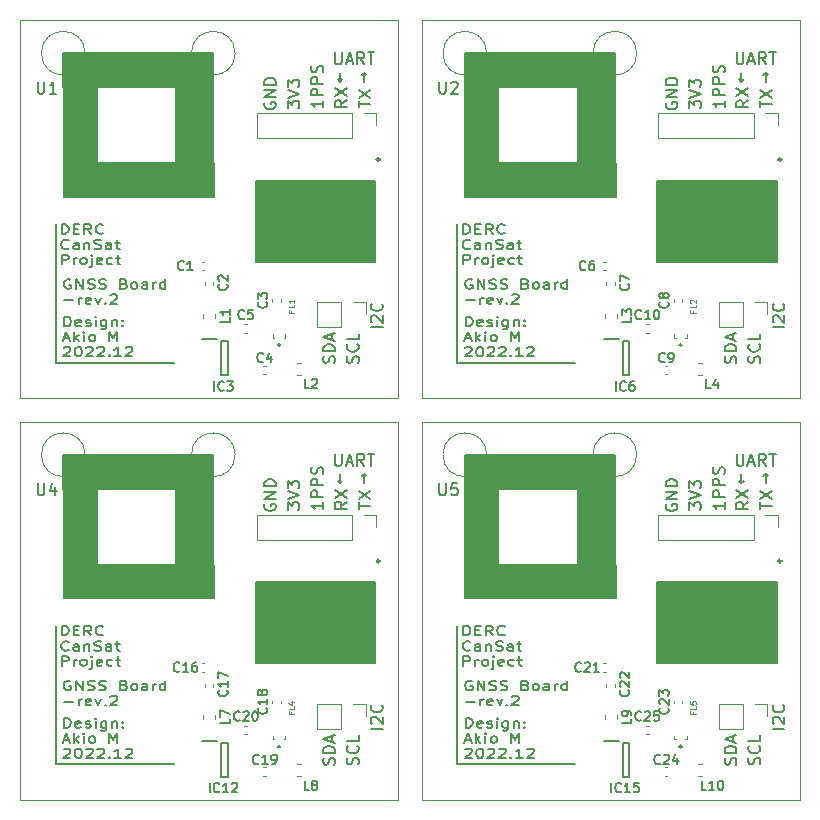
<source format=gto>
%TF.GenerationSoftware,KiCad,Pcbnew,(6.0.4)*%
%TF.CreationDate,2022-12-06T00:22:49+09:00*%
%TF.ProjectId,gps-teseo-p,6770732d-7465-4736-956f-2d702e6b6963,rev?*%
%TF.SameCoordinates,Original*%
%TF.FileFunction,Legend,Top*%
%TF.FilePolarity,Positive*%
%FSLAX46Y46*%
G04 Gerber Fmt 4.6, Leading zero omitted, Abs format (unit mm)*
G04 Created by KiCad (PCBNEW (6.0.4)) date 2022-12-06 00:22:49*
%MOMM*%
%LPD*%
G01*
G04 APERTURE LIST*
%ADD10C,0.150000*%
%ADD11C,0.100000*%
%ADD12C,0.200000*%
%ADD13C,0.254000*%
%ADD14C,0.125000*%
%ADD15C,0.120000*%
%ADD16C,0.250000*%
G04 APERTURE END LIST*
D10*
X120654761Y-76702380D02*
X120654761Y-77511904D01*
X120702380Y-77607142D01*
X120750000Y-77654761D01*
X120845238Y-77702380D01*
X121035714Y-77702380D01*
X121130952Y-77654761D01*
X121178571Y-77607142D01*
X121226190Y-77511904D01*
X121226190Y-76702380D01*
X121654761Y-77416666D02*
X122130952Y-77416666D01*
X121559523Y-77702380D02*
X121892857Y-76702380D01*
X122226190Y-77702380D01*
X123130952Y-77702380D02*
X122797619Y-77226190D01*
X122559523Y-77702380D02*
X122559523Y-76702380D01*
X122940476Y-76702380D01*
X123035714Y-76750000D01*
X123083333Y-76797619D01*
X123130952Y-76892857D01*
X123130952Y-77035714D01*
X123083333Y-77130952D01*
X123035714Y-77178571D01*
X122940476Y-77226190D01*
X122559523Y-77226190D01*
X123416666Y-76702380D02*
X123988095Y-76702380D01*
X123702380Y-77702380D02*
X123702380Y-76702380D01*
X97535595Y-92073904D02*
X97535595Y-91273904D01*
X97773690Y-91273904D01*
X97916547Y-91312000D01*
X98011785Y-91388190D01*
X98059404Y-91464380D01*
X98107023Y-91616761D01*
X98107023Y-91731047D01*
X98059404Y-91883428D01*
X98011785Y-91959619D01*
X97916547Y-92035809D01*
X97773690Y-92073904D01*
X97535595Y-92073904D01*
X98535595Y-91654857D02*
X98868928Y-91654857D01*
X99011785Y-92073904D02*
X98535595Y-92073904D01*
X98535595Y-91273904D01*
X99011785Y-91273904D01*
X100011785Y-92073904D02*
X99678452Y-91692952D01*
X99440357Y-92073904D02*
X99440357Y-91273904D01*
X99821309Y-91273904D01*
X99916547Y-91312000D01*
X99964166Y-91350095D01*
X100011785Y-91426285D01*
X100011785Y-91540571D01*
X99964166Y-91616761D01*
X99916547Y-91654857D01*
X99821309Y-91692952D01*
X99440357Y-91692952D01*
X101011785Y-91997714D02*
X100964166Y-92035809D01*
X100821309Y-92073904D01*
X100726071Y-92073904D01*
X100583214Y-92035809D01*
X100487976Y-91959619D01*
X100440357Y-91883428D01*
X100392738Y-91731047D01*
X100392738Y-91616761D01*
X100440357Y-91464380D01*
X100487976Y-91388190D01*
X100583214Y-91312000D01*
X100726071Y-91273904D01*
X100821309Y-91273904D01*
X100964166Y-91312000D01*
X101011785Y-91350095D01*
X98107023Y-93285714D02*
X98059404Y-93323809D01*
X97916547Y-93361904D01*
X97821309Y-93361904D01*
X97678452Y-93323809D01*
X97583214Y-93247619D01*
X97535595Y-93171428D01*
X97487976Y-93019047D01*
X97487976Y-92904761D01*
X97535595Y-92752380D01*
X97583214Y-92676190D01*
X97678452Y-92600000D01*
X97821309Y-92561904D01*
X97916547Y-92561904D01*
X98059404Y-92600000D01*
X98107023Y-92638095D01*
X98964166Y-93361904D02*
X98964166Y-92942857D01*
X98916547Y-92866666D01*
X98821309Y-92828571D01*
X98630833Y-92828571D01*
X98535595Y-92866666D01*
X98964166Y-93323809D02*
X98868928Y-93361904D01*
X98630833Y-93361904D01*
X98535595Y-93323809D01*
X98487976Y-93247619D01*
X98487976Y-93171428D01*
X98535595Y-93095238D01*
X98630833Y-93057142D01*
X98868928Y-93057142D01*
X98964166Y-93019047D01*
X99440357Y-92828571D02*
X99440357Y-93361904D01*
X99440357Y-92904761D02*
X99487976Y-92866666D01*
X99583214Y-92828571D01*
X99726071Y-92828571D01*
X99821309Y-92866666D01*
X99868928Y-92942857D01*
X99868928Y-93361904D01*
X100297500Y-93323809D02*
X100440357Y-93361904D01*
X100678452Y-93361904D01*
X100773690Y-93323809D01*
X100821309Y-93285714D01*
X100868928Y-93209523D01*
X100868928Y-93133333D01*
X100821309Y-93057142D01*
X100773690Y-93019047D01*
X100678452Y-92980952D01*
X100487976Y-92942857D01*
X100392738Y-92904761D01*
X100345119Y-92866666D01*
X100297500Y-92790476D01*
X100297500Y-92714285D01*
X100345119Y-92638095D01*
X100392738Y-92600000D01*
X100487976Y-92561904D01*
X100726071Y-92561904D01*
X100868928Y-92600000D01*
X101726071Y-93361904D02*
X101726071Y-92942857D01*
X101678452Y-92866666D01*
X101583214Y-92828571D01*
X101392738Y-92828571D01*
X101297500Y-92866666D01*
X101726071Y-93323809D02*
X101630833Y-93361904D01*
X101392738Y-93361904D01*
X101297500Y-93323809D01*
X101249880Y-93247619D01*
X101249880Y-93171428D01*
X101297500Y-93095238D01*
X101392738Y-93057142D01*
X101630833Y-93057142D01*
X101726071Y-93019047D01*
X102059404Y-92828571D02*
X102440357Y-92828571D01*
X102202261Y-92561904D02*
X102202261Y-93247619D01*
X102249880Y-93323809D01*
X102345119Y-93361904D01*
X102440357Y-93361904D01*
X97535595Y-94649904D02*
X97535595Y-93849904D01*
X97916547Y-93849904D01*
X98011785Y-93888000D01*
X98059404Y-93926095D01*
X98107023Y-94002285D01*
X98107023Y-94116571D01*
X98059404Y-94192761D01*
X98011785Y-94230857D01*
X97916547Y-94268952D01*
X97535595Y-94268952D01*
X98535595Y-94649904D02*
X98535595Y-94116571D01*
X98535595Y-94268952D02*
X98583214Y-94192761D01*
X98630833Y-94154666D01*
X98726071Y-94116571D01*
X98821309Y-94116571D01*
X99297500Y-94649904D02*
X99202261Y-94611809D01*
X99154642Y-94573714D01*
X99107023Y-94497523D01*
X99107023Y-94268952D01*
X99154642Y-94192761D01*
X99202261Y-94154666D01*
X99297500Y-94116571D01*
X99440357Y-94116571D01*
X99535595Y-94154666D01*
X99583214Y-94192761D01*
X99630833Y-94268952D01*
X99630833Y-94497523D01*
X99583214Y-94573714D01*
X99535595Y-94611809D01*
X99440357Y-94649904D01*
X99297500Y-94649904D01*
X100059404Y-94116571D02*
X100059404Y-94802285D01*
X100011785Y-94878476D01*
X99916547Y-94916571D01*
X99868928Y-94916571D01*
X100059404Y-93849904D02*
X100011785Y-93888000D01*
X100059404Y-93926095D01*
X100107023Y-93888000D01*
X100059404Y-93849904D01*
X100059404Y-93926095D01*
X100916547Y-94611809D02*
X100821309Y-94649904D01*
X100630833Y-94649904D01*
X100535595Y-94611809D01*
X100487976Y-94535619D01*
X100487976Y-94230857D01*
X100535595Y-94154666D01*
X100630833Y-94116571D01*
X100821309Y-94116571D01*
X100916547Y-94154666D01*
X100964166Y-94230857D01*
X100964166Y-94307047D01*
X100487976Y-94383238D01*
X101821309Y-94611809D02*
X101726071Y-94649904D01*
X101535595Y-94649904D01*
X101440357Y-94611809D01*
X101392738Y-94573714D01*
X101345119Y-94497523D01*
X101345119Y-94268952D01*
X101392738Y-94192761D01*
X101440357Y-94154666D01*
X101535595Y-94116571D01*
X101726071Y-94116571D01*
X101821309Y-94154666D01*
X102107023Y-94116571D02*
X102487976Y-94116571D01*
X102249880Y-93849904D02*
X102249880Y-94535619D01*
X102297500Y-94611809D01*
X102392738Y-94649904D01*
X102487976Y-94649904D01*
X119652380Y-80790476D02*
X119652380Y-81361904D01*
X119652380Y-81076190D02*
X118652380Y-81076190D01*
X118795238Y-81171428D01*
X118890476Y-81266666D01*
X118938095Y-81361904D01*
X119652380Y-80361904D02*
X118652380Y-80361904D01*
X118652380Y-79980952D01*
X118700000Y-79885714D01*
X118747619Y-79838095D01*
X118842857Y-79790476D01*
X118985714Y-79790476D01*
X119080952Y-79838095D01*
X119128571Y-79885714D01*
X119176190Y-79980952D01*
X119176190Y-80361904D01*
X119652380Y-79361904D02*
X118652380Y-79361904D01*
X118652380Y-78980952D01*
X118700000Y-78885714D01*
X118747619Y-78838095D01*
X118842857Y-78790476D01*
X118985714Y-78790476D01*
X119080952Y-78838095D01*
X119128571Y-78885714D01*
X119176190Y-78980952D01*
X119176190Y-79361904D01*
X119604761Y-78409523D02*
X119652380Y-78266666D01*
X119652380Y-78028571D01*
X119604761Y-77933333D01*
X119557142Y-77885714D01*
X119461904Y-77838095D01*
X119366666Y-77838095D01*
X119271428Y-77885714D01*
X119223809Y-77933333D01*
X119176190Y-78028571D01*
X119128571Y-78219047D01*
X119080952Y-78314285D01*
X119033333Y-78361904D01*
X118938095Y-78409523D01*
X118842857Y-78409523D01*
X118747619Y-78361904D01*
X118700000Y-78314285D01*
X118652380Y-78219047D01*
X118652380Y-77980952D01*
X118700000Y-77838095D01*
X120604761Y-103014285D02*
X120652380Y-102871428D01*
X120652380Y-102633333D01*
X120604761Y-102538095D01*
X120557142Y-102490476D01*
X120461904Y-102442857D01*
X120366666Y-102442857D01*
X120271428Y-102490476D01*
X120223809Y-102538095D01*
X120176190Y-102633333D01*
X120128571Y-102823809D01*
X120080952Y-102919047D01*
X120033333Y-102966666D01*
X119938095Y-103014285D01*
X119842857Y-103014285D01*
X119747619Y-102966666D01*
X119700000Y-102919047D01*
X119652380Y-102823809D01*
X119652380Y-102585714D01*
X119700000Y-102442857D01*
X120652380Y-102014285D02*
X119652380Y-102014285D01*
X119652380Y-101776190D01*
X119700000Y-101633333D01*
X119795238Y-101538095D01*
X119890476Y-101490476D01*
X120080952Y-101442857D01*
X120223809Y-101442857D01*
X120414285Y-101490476D01*
X120509523Y-101538095D01*
X120604761Y-101633333D01*
X120652380Y-101776190D01*
X120652380Y-102014285D01*
X120366666Y-101061904D02*
X120366666Y-100585714D01*
X120652380Y-101157142D02*
X119652380Y-100823809D01*
X120652380Y-100490476D01*
X97735595Y-99873904D02*
X97735595Y-99073904D01*
X97973690Y-99073904D01*
X98116547Y-99112000D01*
X98211785Y-99188190D01*
X98259404Y-99264380D01*
X98307023Y-99416761D01*
X98307023Y-99531047D01*
X98259404Y-99683428D01*
X98211785Y-99759619D01*
X98116547Y-99835809D01*
X97973690Y-99873904D01*
X97735595Y-99873904D01*
X99116547Y-99835809D02*
X99021309Y-99873904D01*
X98830833Y-99873904D01*
X98735595Y-99835809D01*
X98687976Y-99759619D01*
X98687976Y-99454857D01*
X98735595Y-99378666D01*
X98830833Y-99340571D01*
X99021309Y-99340571D01*
X99116547Y-99378666D01*
X99164166Y-99454857D01*
X99164166Y-99531047D01*
X98687976Y-99607238D01*
X99545119Y-99835809D02*
X99640357Y-99873904D01*
X99830833Y-99873904D01*
X99926071Y-99835809D01*
X99973690Y-99759619D01*
X99973690Y-99721523D01*
X99926071Y-99645333D01*
X99830833Y-99607238D01*
X99687976Y-99607238D01*
X99592738Y-99569142D01*
X99545119Y-99492952D01*
X99545119Y-99454857D01*
X99592738Y-99378666D01*
X99687976Y-99340571D01*
X99830833Y-99340571D01*
X99926071Y-99378666D01*
X100402261Y-99873904D02*
X100402261Y-99340571D01*
X100402261Y-99073904D02*
X100354642Y-99112000D01*
X100402261Y-99150095D01*
X100449880Y-99112000D01*
X100402261Y-99073904D01*
X100402261Y-99150095D01*
X101307023Y-99340571D02*
X101307023Y-99988190D01*
X101259404Y-100064380D01*
X101211785Y-100102476D01*
X101116547Y-100140571D01*
X100973690Y-100140571D01*
X100878452Y-100102476D01*
X101307023Y-99835809D02*
X101211785Y-99873904D01*
X101021309Y-99873904D01*
X100926071Y-99835809D01*
X100878452Y-99797714D01*
X100830833Y-99721523D01*
X100830833Y-99492952D01*
X100878452Y-99416761D01*
X100926071Y-99378666D01*
X101021309Y-99340571D01*
X101211785Y-99340571D01*
X101307023Y-99378666D01*
X101783214Y-99340571D02*
X101783214Y-99873904D01*
X101783214Y-99416761D02*
X101830833Y-99378666D01*
X101926071Y-99340571D01*
X102068928Y-99340571D01*
X102164166Y-99378666D01*
X102211785Y-99454857D01*
X102211785Y-99873904D01*
X102687976Y-99797714D02*
X102735595Y-99835809D01*
X102687976Y-99873904D01*
X102640357Y-99835809D01*
X102687976Y-99797714D01*
X102687976Y-99873904D01*
X102687976Y-99378666D02*
X102735595Y-99416761D01*
X102687976Y-99454857D01*
X102640357Y-99416761D01*
X102687976Y-99378666D01*
X102687976Y-99454857D01*
X97687976Y-100933333D02*
X98164166Y-100933333D01*
X97592738Y-101161904D02*
X97926071Y-100361904D01*
X98259404Y-101161904D01*
X98592738Y-101161904D02*
X98592738Y-100361904D01*
X98687976Y-100857142D02*
X98973690Y-101161904D01*
X98973690Y-100628571D02*
X98592738Y-100933333D01*
X99402261Y-101161904D02*
X99402261Y-100628571D01*
X99402261Y-100361904D02*
X99354642Y-100400000D01*
X99402261Y-100438095D01*
X99449880Y-100400000D01*
X99402261Y-100361904D01*
X99402261Y-100438095D01*
X100021309Y-101161904D02*
X99926071Y-101123809D01*
X99878452Y-101085714D01*
X99830833Y-101009523D01*
X99830833Y-100780952D01*
X99878452Y-100704761D01*
X99926071Y-100666666D01*
X100021309Y-100628571D01*
X100164166Y-100628571D01*
X100259404Y-100666666D01*
X100307023Y-100704761D01*
X100354642Y-100780952D01*
X100354642Y-101009523D01*
X100307023Y-101085714D01*
X100259404Y-101123809D01*
X100164166Y-101161904D01*
X100021309Y-101161904D01*
X101545119Y-101161904D02*
X101545119Y-100361904D01*
X101878452Y-100933333D01*
X102211785Y-100361904D01*
X102211785Y-101161904D01*
X97687976Y-101726095D02*
X97735595Y-101688000D01*
X97830833Y-101649904D01*
X98068928Y-101649904D01*
X98164166Y-101688000D01*
X98211785Y-101726095D01*
X98259404Y-101802285D01*
X98259404Y-101878476D01*
X98211785Y-101992761D01*
X97640357Y-102449904D01*
X98259404Y-102449904D01*
X98878452Y-101649904D02*
X98973690Y-101649904D01*
X99068928Y-101688000D01*
X99116547Y-101726095D01*
X99164166Y-101802285D01*
X99211785Y-101954666D01*
X99211785Y-102145142D01*
X99164166Y-102297523D01*
X99116547Y-102373714D01*
X99068928Y-102411809D01*
X98973690Y-102449904D01*
X98878452Y-102449904D01*
X98783214Y-102411809D01*
X98735595Y-102373714D01*
X98687976Y-102297523D01*
X98640357Y-102145142D01*
X98640357Y-101954666D01*
X98687976Y-101802285D01*
X98735595Y-101726095D01*
X98783214Y-101688000D01*
X98878452Y-101649904D01*
X99592738Y-101726095D02*
X99640357Y-101688000D01*
X99735595Y-101649904D01*
X99973690Y-101649904D01*
X100068928Y-101688000D01*
X100116547Y-101726095D01*
X100164166Y-101802285D01*
X100164166Y-101878476D01*
X100116547Y-101992761D01*
X99545119Y-102449904D01*
X100164166Y-102449904D01*
X100545119Y-101726095D02*
X100592738Y-101688000D01*
X100687976Y-101649904D01*
X100926071Y-101649904D01*
X101021309Y-101688000D01*
X101068928Y-101726095D01*
X101116547Y-101802285D01*
X101116547Y-101878476D01*
X101068928Y-101992761D01*
X100497500Y-102449904D01*
X101116547Y-102449904D01*
X101545119Y-102373714D02*
X101592738Y-102411809D01*
X101545119Y-102449904D01*
X101497500Y-102411809D01*
X101545119Y-102373714D01*
X101545119Y-102449904D01*
X102545119Y-102449904D02*
X101973690Y-102449904D01*
X102259404Y-102449904D02*
X102259404Y-101649904D01*
X102164166Y-101764190D01*
X102068928Y-101840380D01*
X101973690Y-101878476D01*
X102926071Y-101726095D02*
X102973690Y-101688000D01*
X103068928Y-101649904D01*
X103307023Y-101649904D01*
X103402261Y-101688000D01*
X103449880Y-101726095D01*
X103497500Y-101802285D01*
X103497500Y-101878476D01*
X103449880Y-101992761D01*
X102878452Y-102449904D01*
X103497500Y-102449904D01*
X123128571Y-79180952D02*
X123128571Y-78419047D01*
X122938095Y-78609523D02*
X123128571Y-78419047D01*
X123319047Y-78609523D01*
X98259404Y-95956000D02*
X98164166Y-95917904D01*
X98021309Y-95917904D01*
X97878452Y-95956000D01*
X97783214Y-96032190D01*
X97735595Y-96108380D01*
X97687976Y-96260761D01*
X97687976Y-96375047D01*
X97735595Y-96527428D01*
X97783214Y-96603619D01*
X97878452Y-96679809D01*
X98021309Y-96717904D01*
X98116547Y-96717904D01*
X98259404Y-96679809D01*
X98307023Y-96641714D01*
X98307023Y-96375047D01*
X98116547Y-96375047D01*
X98735595Y-96717904D02*
X98735595Y-95917904D01*
X99307023Y-96717904D01*
X99307023Y-95917904D01*
X99735595Y-96679809D02*
X99878452Y-96717904D01*
X100116547Y-96717904D01*
X100211785Y-96679809D01*
X100259404Y-96641714D01*
X100307023Y-96565523D01*
X100307023Y-96489333D01*
X100259404Y-96413142D01*
X100211785Y-96375047D01*
X100116547Y-96336952D01*
X99926071Y-96298857D01*
X99830833Y-96260761D01*
X99783214Y-96222666D01*
X99735595Y-96146476D01*
X99735595Y-96070285D01*
X99783214Y-95994095D01*
X99830833Y-95956000D01*
X99926071Y-95917904D01*
X100164166Y-95917904D01*
X100307023Y-95956000D01*
X100687976Y-96679809D02*
X100830833Y-96717904D01*
X101068928Y-96717904D01*
X101164166Y-96679809D01*
X101211785Y-96641714D01*
X101259404Y-96565523D01*
X101259404Y-96489333D01*
X101211785Y-96413142D01*
X101164166Y-96375047D01*
X101068928Y-96336952D01*
X100878452Y-96298857D01*
X100783214Y-96260761D01*
X100735595Y-96222666D01*
X100687976Y-96146476D01*
X100687976Y-96070285D01*
X100735595Y-95994095D01*
X100783214Y-95956000D01*
X100878452Y-95917904D01*
X101116547Y-95917904D01*
X101259404Y-95956000D01*
X102783214Y-96298857D02*
X102926071Y-96336952D01*
X102973690Y-96375047D01*
X103021309Y-96451238D01*
X103021309Y-96565523D01*
X102973690Y-96641714D01*
X102926071Y-96679809D01*
X102830833Y-96717904D01*
X102449880Y-96717904D01*
X102449880Y-95917904D01*
X102783214Y-95917904D01*
X102878452Y-95956000D01*
X102926071Y-95994095D01*
X102973690Y-96070285D01*
X102973690Y-96146476D01*
X102926071Y-96222666D01*
X102878452Y-96260761D01*
X102783214Y-96298857D01*
X102449880Y-96298857D01*
X103592738Y-96717904D02*
X103497500Y-96679809D01*
X103449880Y-96641714D01*
X103402261Y-96565523D01*
X103402261Y-96336952D01*
X103449880Y-96260761D01*
X103497500Y-96222666D01*
X103592738Y-96184571D01*
X103735595Y-96184571D01*
X103830833Y-96222666D01*
X103878452Y-96260761D01*
X103926071Y-96336952D01*
X103926071Y-96565523D01*
X103878452Y-96641714D01*
X103830833Y-96679809D01*
X103735595Y-96717904D01*
X103592738Y-96717904D01*
X104783214Y-96717904D02*
X104783214Y-96298857D01*
X104735595Y-96222666D01*
X104640357Y-96184571D01*
X104449880Y-96184571D01*
X104354642Y-96222666D01*
X104783214Y-96679809D02*
X104687976Y-96717904D01*
X104449880Y-96717904D01*
X104354642Y-96679809D01*
X104307023Y-96603619D01*
X104307023Y-96527428D01*
X104354642Y-96451238D01*
X104449880Y-96413142D01*
X104687976Y-96413142D01*
X104783214Y-96375047D01*
X105259404Y-96717904D02*
X105259404Y-96184571D01*
X105259404Y-96336952D02*
X105307023Y-96260761D01*
X105354642Y-96222666D01*
X105449880Y-96184571D01*
X105545119Y-96184571D01*
X106307023Y-96717904D02*
X106307023Y-95917904D01*
X106307023Y-96679809D02*
X106211785Y-96717904D01*
X106021309Y-96717904D01*
X105926071Y-96679809D01*
X105878452Y-96641714D01*
X105830833Y-96565523D01*
X105830833Y-96336952D01*
X105878452Y-96260761D01*
X105926071Y-96222666D01*
X106021309Y-96184571D01*
X106211785Y-96184571D01*
X106307023Y-96222666D01*
X97735595Y-97701142D02*
X98497500Y-97701142D01*
X98973690Y-98005904D02*
X98973690Y-97472571D01*
X98973690Y-97624952D02*
X99021309Y-97548761D01*
X99068928Y-97510666D01*
X99164166Y-97472571D01*
X99259404Y-97472571D01*
X99973690Y-97967809D02*
X99878452Y-98005904D01*
X99687976Y-98005904D01*
X99592738Y-97967809D01*
X99545119Y-97891619D01*
X99545119Y-97586857D01*
X99592738Y-97510666D01*
X99687976Y-97472571D01*
X99878452Y-97472571D01*
X99973690Y-97510666D01*
X100021309Y-97586857D01*
X100021309Y-97663047D01*
X99545119Y-97739238D01*
X100354642Y-97472571D02*
X100592738Y-98005904D01*
X100830833Y-97472571D01*
X101211785Y-97929714D02*
X101259404Y-97967809D01*
X101211785Y-98005904D01*
X101164166Y-97967809D01*
X101211785Y-97929714D01*
X101211785Y-98005904D01*
X101640357Y-97282095D02*
X101687976Y-97244000D01*
X101783214Y-97205904D01*
X102021309Y-97205904D01*
X102116547Y-97244000D01*
X102164166Y-97282095D01*
X102211785Y-97358285D01*
X102211785Y-97434476D01*
X102164166Y-97548761D01*
X101592738Y-98005904D01*
X102211785Y-98005904D01*
X122652380Y-81361904D02*
X122652380Y-80790476D01*
X123652380Y-81076190D02*
X122652380Y-81076190D01*
X122652380Y-80552380D02*
X123652380Y-79885714D01*
X122652380Y-79885714D02*
X123652380Y-80552380D01*
X121071428Y-78419047D02*
X121071428Y-79180952D01*
X121261904Y-78990476D02*
X121071428Y-79180952D01*
X120880952Y-78990476D01*
X124702380Y-99976190D02*
X123702380Y-99976190D01*
X123797619Y-99547619D02*
X123750000Y-99500000D01*
X123702380Y-99404761D01*
X123702380Y-99166666D01*
X123750000Y-99071428D01*
X123797619Y-99023809D01*
X123892857Y-98976190D01*
X123988095Y-98976190D01*
X124130952Y-99023809D01*
X124702380Y-99595238D01*
X124702380Y-98976190D01*
X124607142Y-97976190D02*
X124654761Y-98023809D01*
X124702380Y-98166666D01*
X124702380Y-98261904D01*
X124654761Y-98404761D01*
X124559523Y-98500000D01*
X124464285Y-98547619D01*
X124273809Y-98595238D01*
X124130952Y-98595238D01*
X123940476Y-98547619D01*
X123845238Y-98500000D01*
X123750000Y-98404761D01*
X123702380Y-98261904D01*
X123702380Y-98166666D01*
X123750000Y-98023809D01*
X123797619Y-97976190D01*
X114700000Y-80961904D02*
X114652380Y-81057142D01*
X114652380Y-81200000D01*
X114700000Y-81342857D01*
X114795238Y-81438095D01*
X114890476Y-81485714D01*
X115080952Y-81533333D01*
X115223809Y-81533333D01*
X115414285Y-81485714D01*
X115509523Y-81438095D01*
X115604761Y-81342857D01*
X115652380Y-81200000D01*
X115652380Y-81104761D01*
X115604761Y-80961904D01*
X115557142Y-80914285D01*
X115223809Y-80914285D01*
X115223809Y-81104761D01*
X115652380Y-80485714D02*
X114652380Y-80485714D01*
X115652380Y-79914285D01*
X114652380Y-79914285D01*
X115652380Y-79438095D02*
X114652380Y-79438095D01*
X114652380Y-79200000D01*
X114700000Y-79057142D01*
X114795238Y-78961904D01*
X114890476Y-78914285D01*
X115080952Y-78866666D01*
X115223809Y-78866666D01*
X115414285Y-78914285D01*
X115509523Y-78961904D01*
X115604761Y-79057142D01*
X115652380Y-79200000D01*
X115652380Y-79438095D01*
X116652380Y-81438095D02*
X116652380Y-80819047D01*
X117033333Y-81152380D01*
X117033333Y-81009523D01*
X117080952Y-80914285D01*
X117128571Y-80866666D01*
X117223809Y-80819047D01*
X117461904Y-80819047D01*
X117557142Y-80866666D01*
X117604761Y-80914285D01*
X117652380Y-81009523D01*
X117652380Y-81295238D01*
X117604761Y-81390476D01*
X117557142Y-81438095D01*
X116652380Y-80533333D02*
X117652380Y-80200000D01*
X116652380Y-79866666D01*
X116652380Y-79628571D02*
X116652380Y-79009523D01*
X117033333Y-79342857D01*
X117033333Y-79200000D01*
X117080952Y-79104761D01*
X117128571Y-79057142D01*
X117223809Y-79009523D01*
X117461904Y-79009523D01*
X117557142Y-79057142D01*
X117604761Y-79104761D01*
X117652380Y-79200000D01*
X117652380Y-79485714D01*
X117604761Y-79580952D01*
X117557142Y-79628571D01*
X121652380Y-80766666D02*
X121176190Y-81100000D01*
X121652380Y-81338095D02*
X120652380Y-81338095D01*
X120652380Y-80957142D01*
X120700000Y-80861904D01*
X120747619Y-80814285D01*
X120842857Y-80766666D01*
X120985714Y-80766666D01*
X121080952Y-80814285D01*
X121128571Y-80861904D01*
X121176190Y-80957142D01*
X121176190Y-81338095D01*
X120652380Y-80433333D02*
X121652380Y-79766666D01*
X120652380Y-79766666D02*
X121652380Y-80433333D01*
X122604761Y-102990476D02*
X122652380Y-102847619D01*
X122652380Y-102609523D01*
X122604761Y-102514285D01*
X122557142Y-102466666D01*
X122461904Y-102419047D01*
X122366666Y-102419047D01*
X122271428Y-102466666D01*
X122223809Y-102514285D01*
X122176190Y-102609523D01*
X122128571Y-102800000D01*
X122080952Y-102895238D01*
X122033333Y-102942857D01*
X121938095Y-102990476D01*
X121842857Y-102990476D01*
X121747619Y-102942857D01*
X121700000Y-102895238D01*
X121652380Y-102800000D01*
X121652380Y-102561904D01*
X121700000Y-102419047D01*
X122557142Y-101419047D02*
X122604761Y-101466666D01*
X122652380Y-101609523D01*
X122652380Y-101704761D01*
X122604761Y-101847619D01*
X122509523Y-101942857D01*
X122414285Y-101990476D01*
X122223809Y-102038095D01*
X122080952Y-102038095D01*
X121890476Y-101990476D01*
X121795238Y-101942857D01*
X121700000Y-101847619D01*
X121652380Y-101704761D01*
X121652380Y-101609523D01*
X121700000Y-101466666D01*
X121747619Y-101419047D01*
X122652380Y-100514285D02*
X122652380Y-100990476D01*
X121652380Y-100990476D01*
X110420000Y-88919662D02*
X97680000Y-88919662D01*
X97680000Y-88919662D02*
X97680000Y-86100000D01*
X97680000Y-86100000D02*
X110420000Y-86100000D01*
X110420000Y-86100000D02*
X110420000Y-88919662D01*
G36*
X110420000Y-88919662D02*
G01*
X97680000Y-88919662D01*
X97680000Y-86100000D01*
X110420000Y-86100000D01*
X110420000Y-88919662D01*
G37*
X113950000Y-87575000D02*
X124050000Y-87575000D01*
X124050000Y-87575000D02*
X124050000Y-94425000D01*
X124050000Y-94425000D02*
X113950000Y-94425000D01*
X113950000Y-94425000D02*
X113950000Y-87575000D01*
G36*
X113950000Y-87575000D02*
G01*
X124050000Y-87575000D01*
X124050000Y-94425000D01*
X113950000Y-94425000D01*
X113950000Y-87575000D01*
G37*
X97000000Y-91250000D02*
X97000000Y-103000000D01*
X97000000Y-103000000D02*
X107000000Y-103000000D01*
X97650000Y-76780338D02*
X110350000Y-76780338D01*
X110350000Y-76780338D02*
X110350000Y-79640338D01*
X110350000Y-79640338D02*
X97650000Y-79640338D01*
X97650000Y-79640338D02*
X97650000Y-76780338D01*
G36*
X97650000Y-76780338D02*
G01*
X110350000Y-76780338D01*
X110350000Y-79640338D01*
X97650000Y-79640338D01*
X97650000Y-76780338D01*
G37*
X107230338Y-86080338D02*
X110350000Y-86080338D01*
X110350000Y-86080338D02*
X110350000Y-79640338D01*
X110350000Y-79640338D02*
X107230338Y-79640338D01*
X107230338Y-79640338D02*
X107230338Y-86080338D01*
G36*
X107230338Y-86080338D02*
G01*
X110350000Y-86080338D01*
X110350000Y-79640338D01*
X107230338Y-79640338D01*
X107230338Y-86080338D01*
G37*
X97680338Y-86070000D02*
X100500000Y-86070000D01*
X100500000Y-86070000D02*
X100500000Y-79630000D01*
X100500000Y-79630000D02*
X97680338Y-79630000D01*
X97680338Y-79630000D02*
X97680338Y-86070000D01*
G36*
X97680338Y-86070000D02*
G01*
X100500000Y-86070000D01*
X100500000Y-79630000D01*
X97680338Y-79630000D01*
X97680338Y-86070000D01*
G37*
D11*
X94000000Y-74000000D02*
X126000000Y-74000000D01*
X126000000Y-74000000D02*
X126000000Y-106000000D01*
X126000000Y-106000000D02*
X94000000Y-106000000D01*
X94000000Y-106000000D02*
X94000000Y-74000000D01*
D10*
X86654761Y-76702380D02*
X86654761Y-77511904D01*
X86702380Y-77607142D01*
X86750000Y-77654761D01*
X86845238Y-77702380D01*
X87035714Y-77702380D01*
X87130952Y-77654761D01*
X87178571Y-77607142D01*
X87226190Y-77511904D01*
X87226190Y-76702380D01*
X87654761Y-77416666D02*
X88130952Y-77416666D01*
X87559523Y-77702380D02*
X87892857Y-76702380D01*
X88226190Y-77702380D01*
X89130952Y-77702380D02*
X88797619Y-77226190D01*
X88559523Y-77702380D02*
X88559523Y-76702380D01*
X88940476Y-76702380D01*
X89035714Y-76750000D01*
X89083333Y-76797619D01*
X89130952Y-76892857D01*
X89130952Y-77035714D01*
X89083333Y-77130952D01*
X89035714Y-77178571D01*
X88940476Y-77226190D01*
X88559523Y-77226190D01*
X89416666Y-76702380D02*
X89988095Y-76702380D01*
X89702380Y-77702380D02*
X89702380Y-76702380D01*
X63535595Y-92073904D02*
X63535595Y-91273904D01*
X63773690Y-91273904D01*
X63916547Y-91312000D01*
X64011785Y-91388190D01*
X64059404Y-91464380D01*
X64107023Y-91616761D01*
X64107023Y-91731047D01*
X64059404Y-91883428D01*
X64011785Y-91959619D01*
X63916547Y-92035809D01*
X63773690Y-92073904D01*
X63535595Y-92073904D01*
X64535595Y-91654857D02*
X64868928Y-91654857D01*
X65011785Y-92073904D02*
X64535595Y-92073904D01*
X64535595Y-91273904D01*
X65011785Y-91273904D01*
X66011785Y-92073904D02*
X65678452Y-91692952D01*
X65440357Y-92073904D02*
X65440357Y-91273904D01*
X65821309Y-91273904D01*
X65916547Y-91312000D01*
X65964166Y-91350095D01*
X66011785Y-91426285D01*
X66011785Y-91540571D01*
X65964166Y-91616761D01*
X65916547Y-91654857D01*
X65821309Y-91692952D01*
X65440357Y-91692952D01*
X67011785Y-91997714D02*
X66964166Y-92035809D01*
X66821309Y-92073904D01*
X66726071Y-92073904D01*
X66583214Y-92035809D01*
X66487976Y-91959619D01*
X66440357Y-91883428D01*
X66392738Y-91731047D01*
X66392738Y-91616761D01*
X66440357Y-91464380D01*
X66487976Y-91388190D01*
X66583214Y-91312000D01*
X66726071Y-91273904D01*
X66821309Y-91273904D01*
X66964166Y-91312000D01*
X67011785Y-91350095D01*
X64107023Y-93285714D02*
X64059404Y-93323809D01*
X63916547Y-93361904D01*
X63821309Y-93361904D01*
X63678452Y-93323809D01*
X63583214Y-93247619D01*
X63535595Y-93171428D01*
X63487976Y-93019047D01*
X63487976Y-92904761D01*
X63535595Y-92752380D01*
X63583214Y-92676190D01*
X63678452Y-92600000D01*
X63821309Y-92561904D01*
X63916547Y-92561904D01*
X64059404Y-92600000D01*
X64107023Y-92638095D01*
X64964166Y-93361904D02*
X64964166Y-92942857D01*
X64916547Y-92866666D01*
X64821309Y-92828571D01*
X64630833Y-92828571D01*
X64535595Y-92866666D01*
X64964166Y-93323809D02*
X64868928Y-93361904D01*
X64630833Y-93361904D01*
X64535595Y-93323809D01*
X64487976Y-93247619D01*
X64487976Y-93171428D01*
X64535595Y-93095238D01*
X64630833Y-93057142D01*
X64868928Y-93057142D01*
X64964166Y-93019047D01*
X65440357Y-92828571D02*
X65440357Y-93361904D01*
X65440357Y-92904761D02*
X65487976Y-92866666D01*
X65583214Y-92828571D01*
X65726071Y-92828571D01*
X65821309Y-92866666D01*
X65868928Y-92942857D01*
X65868928Y-93361904D01*
X66297500Y-93323809D02*
X66440357Y-93361904D01*
X66678452Y-93361904D01*
X66773690Y-93323809D01*
X66821309Y-93285714D01*
X66868928Y-93209523D01*
X66868928Y-93133333D01*
X66821309Y-93057142D01*
X66773690Y-93019047D01*
X66678452Y-92980952D01*
X66487976Y-92942857D01*
X66392738Y-92904761D01*
X66345119Y-92866666D01*
X66297500Y-92790476D01*
X66297500Y-92714285D01*
X66345119Y-92638095D01*
X66392738Y-92600000D01*
X66487976Y-92561904D01*
X66726071Y-92561904D01*
X66868928Y-92600000D01*
X67726071Y-93361904D02*
X67726071Y-92942857D01*
X67678452Y-92866666D01*
X67583214Y-92828571D01*
X67392738Y-92828571D01*
X67297500Y-92866666D01*
X67726071Y-93323809D02*
X67630833Y-93361904D01*
X67392738Y-93361904D01*
X67297500Y-93323809D01*
X67249880Y-93247619D01*
X67249880Y-93171428D01*
X67297500Y-93095238D01*
X67392738Y-93057142D01*
X67630833Y-93057142D01*
X67726071Y-93019047D01*
X68059404Y-92828571D02*
X68440357Y-92828571D01*
X68202261Y-92561904D02*
X68202261Y-93247619D01*
X68249880Y-93323809D01*
X68345119Y-93361904D01*
X68440357Y-93361904D01*
X63535595Y-94649904D02*
X63535595Y-93849904D01*
X63916547Y-93849904D01*
X64011785Y-93888000D01*
X64059404Y-93926095D01*
X64107023Y-94002285D01*
X64107023Y-94116571D01*
X64059404Y-94192761D01*
X64011785Y-94230857D01*
X63916547Y-94268952D01*
X63535595Y-94268952D01*
X64535595Y-94649904D02*
X64535595Y-94116571D01*
X64535595Y-94268952D02*
X64583214Y-94192761D01*
X64630833Y-94154666D01*
X64726071Y-94116571D01*
X64821309Y-94116571D01*
X65297500Y-94649904D02*
X65202261Y-94611809D01*
X65154642Y-94573714D01*
X65107023Y-94497523D01*
X65107023Y-94268952D01*
X65154642Y-94192761D01*
X65202261Y-94154666D01*
X65297500Y-94116571D01*
X65440357Y-94116571D01*
X65535595Y-94154666D01*
X65583214Y-94192761D01*
X65630833Y-94268952D01*
X65630833Y-94497523D01*
X65583214Y-94573714D01*
X65535595Y-94611809D01*
X65440357Y-94649904D01*
X65297500Y-94649904D01*
X66059404Y-94116571D02*
X66059404Y-94802285D01*
X66011785Y-94878476D01*
X65916547Y-94916571D01*
X65868928Y-94916571D01*
X66059404Y-93849904D02*
X66011785Y-93888000D01*
X66059404Y-93926095D01*
X66107023Y-93888000D01*
X66059404Y-93849904D01*
X66059404Y-93926095D01*
X66916547Y-94611809D02*
X66821309Y-94649904D01*
X66630833Y-94649904D01*
X66535595Y-94611809D01*
X66487976Y-94535619D01*
X66487976Y-94230857D01*
X66535595Y-94154666D01*
X66630833Y-94116571D01*
X66821309Y-94116571D01*
X66916547Y-94154666D01*
X66964166Y-94230857D01*
X66964166Y-94307047D01*
X66487976Y-94383238D01*
X67821309Y-94611809D02*
X67726071Y-94649904D01*
X67535595Y-94649904D01*
X67440357Y-94611809D01*
X67392738Y-94573714D01*
X67345119Y-94497523D01*
X67345119Y-94268952D01*
X67392738Y-94192761D01*
X67440357Y-94154666D01*
X67535595Y-94116571D01*
X67726071Y-94116571D01*
X67821309Y-94154666D01*
X68107023Y-94116571D02*
X68487976Y-94116571D01*
X68249880Y-93849904D02*
X68249880Y-94535619D01*
X68297500Y-94611809D01*
X68392738Y-94649904D01*
X68487976Y-94649904D01*
X85652380Y-80790476D02*
X85652380Y-81361904D01*
X85652380Y-81076190D02*
X84652380Y-81076190D01*
X84795238Y-81171428D01*
X84890476Y-81266666D01*
X84938095Y-81361904D01*
X85652380Y-80361904D02*
X84652380Y-80361904D01*
X84652380Y-79980952D01*
X84700000Y-79885714D01*
X84747619Y-79838095D01*
X84842857Y-79790476D01*
X84985714Y-79790476D01*
X85080952Y-79838095D01*
X85128571Y-79885714D01*
X85176190Y-79980952D01*
X85176190Y-80361904D01*
X85652380Y-79361904D02*
X84652380Y-79361904D01*
X84652380Y-78980952D01*
X84700000Y-78885714D01*
X84747619Y-78838095D01*
X84842857Y-78790476D01*
X84985714Y-78790476D01*
X85080952Y-78838095D01*
X85128571Y-78885714D01*
X85176190Y-78980952D01*
X85176190Y-79361904D01*
X85604761Y-78409523D02*
X85652380Y-78266666D01*
X85652380Y-78028571D01*
X85604761Y-77933333D01*
X85557142Y-77885714D01*
X85461904Y-77838095D01*
X85366666Y-77838095D01*
X85271428Y-77885714D01*
X85223809Y-77933333D01*
X85176190Y-78028571D01*
X85128571Y-78219047D01*
X85080952Y-78314285D01*
X85033333Y-78361904D01*
X84938095Y-78409523D01*
X84842857Y-78409523D01*
X84747619Y-78361904D01*
X84700000Y-78314285D01*
X84652380Y-78219047D01*
X84652380Y-77980952D01*
X84700000Y-77838095D01*
X86604761Y-103014285D02*
X86652380Y-102871428D01*
X86652380Y-102633333D01*
X86604761Y-102538095D01*
X86557142Y-102490476D01*
X86461904Y-102442857D01*
X86366666Y-102442857D01*
X86271428Y-102490476D01*
X86223809Y-102538095D01*
X86176190Y-102633333D01*
X86128571Y-102823809D01*
X86080952Y-102919047D01*
X86033333Y-102966666D01*
X85938095Y-103014285D01*
X85842857Y-103014285D01*
X85747619Y-102966666D01*
X85700000Y-102919047D01*
X85652380Y-102823809D01*
X85652380Y-102585714D01*
X85700000Y-102442857D01*
X86652380Y-102014285D02*
X85652380Y-102014285D01*
X85652380Y-101776190D01*
X85700000Y-101633333D01*
X85795238Y-101538095D01*
X85890476Y-101490476D01*
X86080952Y-101442857D01*
X86223809Y-101442857D01*
X86414285Y-101490476D01*
X86509523Y-101538095D01*
X86604761Y-101633333D01*
X86652380Y-101776190D01*
X86652380Y-102014285D01*
X86366666Y-101061904D02*
X86366666Y-100585714D01*
X86652380Y-101157142D02*
X85652380Y-100823809D01*
X86652380Y-100490476D01*
X63735595Y-99873904D02*
X63735595Y-99073904D01*
X63973690Y-99073904D01*
X64116547Y-99112000D01*
X64211785Y-99188190D01*
X64259404Y-99264380D01*
X64307023Y-99416761D01*
X64307023Y-99531047D01*
X64259404Y-99683428D01*
X64211785Y-99759619D01*
X64116547Y-99835809D01*
X63973690Y-99873904D01*
X63735595Y-99873904D01*
X65116547Y-99835809D02*
X65021309Y-99873904D01*
X64830833Y-99873904D01*
X64735595Y-99835809D01*
X64687976Y-99759619D01*
X64687976Y-99454857D01*
X64735595Y-99378666D01*
X64830833Y-99340571D01*
X65021309Y-99340571D01*
X65116547Y-99378666D01*
X65164166Y-99454857D01*
X65164166Y-99531047D01*
X64687976Y-99607238D01*
X65545119Y-99835809D02*
X65640357Y-99873904D01*
X65830833Y-99873904D01*
X65926071Y-99835809D01*
X65973690Y-99759619D01*
X65973690Y-99721523D01*
X65926071Y-99645333D01*
X65830833Y-99607238D01*
X65687976Y-99607238D01*
X65592738Y-99569142D01*
X65545119Y-99492952D01*
X65545119Y-99454857D01*
X65592738Y-99378666D01*
X65687976Y-99340571D01*
X65830833Y-99340571D01*
X65926071Y-99378666D01*
X66402261Y-99873904D02*
X66402261Y-99340571D01*
X66402261Y-99073904D02*
X66354642Y-99112000D01*
X66402261Y-99150095D01*
X66449880Y-99112000D01*
X66402261Y-99073904D01*
X66402261Y-99150095D01*
X67307023Y-99340571D02*
X67307023Y-99988190D01*
X67259404Y-100064380D01*
X67211785Y-100102476D01*
X67116547Y-100140571D01*
X66973690Y-100140571D01*
X66878452Y-100102476D01*
X67307023Y-99835809D02*
X67211785Y-99873904D01*
X67021309Y-99873904D01*
X66926071Y-99835809D01*
X66878452Y-99797714D01*
X66830833Y-99721523D01*
X66830833Y-99492952D01*
X66878452Y-99416761D01*
X66926071Y-99378666D01*
X67021309Y-99340571D01*
X67211785Y-99340571D01*
X67307023Y-99378666D01*
X67783214Y-99340571D02*
X67783214Y-99873904D01*
X67783214Y-99416761D02*
X67830833Y-99378666D01*
X67926071Y-99340571D01*
X68068928Y-99340571D01*
X68164166Y-99378666D01*
X68211785Y-99454857D01*
X68211785Y-99873904D01*
X68687976Y-99797714D02*
X68735595Y-99835809D01*
X68687976Y-99873904D01*
X68640357Y-99835809D01*
X68687976Y-99797714D01*
X68687976Y-99873904D01*
X68687976Y-99378666D02*
X68735595Y-99416761D01*
X68687976Y-99454857D01*
X68640357Y-99416761D01*
X68687976Y-99378666D01*
X68687976Y-99454857D01*
X63687976Y-100933333D02*
X64164166Y-100933333D01*
X63592738Y-101161904D02*
X63926071Y-100361904D01*
X64259404Y-101161904D01*
X64592738Y-101161904D02*
X64592738Y-100361904D01*
X64687976Y-100857142D02*
X64973690Y-101161904D01*
X64973690Y-100628571D02*
X64592738Y-100933333D01*
X65402261Y-101161904D02*
X65402261Y-100628571D01*
X65402261Y-100361904D02*
X65354642Y-100400000D01*
X65402261Y-100438095D01*
X65449880Y-100400000D01*
X65402261Y-100361904D01*
X65402261Y-100438095D01*
X66021309Y-101161904D02*
X65926071Y-101123809D01*
X65878452Y-101085714D01*
X65830833Y-101009523D01*
X65830833Y-100780952D01*
X65878452Y-100704761D01*
X65926071Y-100666666D01*
X66021309Y-100628571D01*
X66164166Y-100628571D01*
X66259404Y-100666666D01*
X66307023Y-100704761D01*
X66354642Y-100780952D01*
X66354642Y-101009523D01*
X66307023Y-101085714D01*
X66259404Y-101123809D01*
X66164166Y-101161904D01*
X66021309Y-101161904D01*
X67545119Y-101161904D02*
X67545119Y-100361904D01*
X67878452Y-100933333D01*
X68211785Y-100361904D01*
X68211785Y-101161904D01*
X63687976Y-101726095D02*
X63735595Y-101688000D01*
X63830833Y-101649904D01*
X64068928Y-101649904D01*
X64164166Y-101688000D01*
X64211785Y-101726095D01*
X64259404Y-101802285D01*
X64259404Y-101878476D01*
X64211785Y-101992761D01*
X63640357Y-102449904D01*
X64259404Y-102449904D01*
X64878452Y-101649904D02*
X64973690Y-101649904D01*
X65068928Y-101688000D01*
X65116547Y-101726095D01*
X65164166Y-101802285D01*
X65211785Y-101954666D01*
X65211785Y-102145142D01*
X65164166Y-102297523D01*
X65116547Y-102373714D01*
X65068928Y-102411809D01*
X64973690Y-102449904D01*
X64878452Y-102449904D01*
X64783214Y-102411809D01*
X64735595Y-102373714D01*
X64687976Y-102297523D01*
X64640357Y-102145142D01*
X64640357Y-101954666D01*
X64687976Y-101802285D01*
X64735595Y-101726095D01*
X64783214Y-101688000D01*
X64878452Y-101649904D01*
X65592738Y-101726095D02*
X65640357Y-101688000D01*
X65735595Y-101649904D01*
X65973690Y-101649904D01*
X66068928Y-101688000D01*
X66116547Y-101726095D01*
X66164166Y-101802285D01*
X66164166Y-101878476D01*
X66116547Y-101992761D01*
X65545119Y-102449904D01*
X66164166Y-102449904D01*
X66545119Y-101726095D02*
X66592738Y-101688000D01*
X66687976Y-101649904D01*
X66926071Y-101649904D01*
X67021309Y-101688000D01*
X67068928Y-101726095D01*
X67116547Y-101802285D01*
X67116547Y-101878476D01*
X67068928Y-101992761D01*
X66497500Y-102449904D01*
X67116547Y-102449904D01*
X67545119Y-102373714D02*
X67592738Y-102411809D01*
X67545119Y-102449904D01*
X67497500Y-102411809D01*
X67545119Y-102373714D01*
X67545119Y-102449904D01*
X68545119Y-102449904D02*
X67973690Y-102449904D01*
X68259404Y-102449904D02*
X68259404Y-101649904D01*
X68164166Y-101764190D01*
X68068928Y-101840380D01*
X67973690Y-101878476D01*
X68926071Y-101726095D02*
X68973690Y-101688000D01*
X69068928Y-101649904D01*
X69307023Y-101649904D01*
X69402261Y-101688000D01*
X69449880Y-101726095D01*
X69497500Y-101802285D01*
X69497500Y-101878476D01*
X69449880Y-101992761D01*
X68878452Y-102449904D01*
X69497500Y-102449904D01*
X89128571Y-79180952D02*
X89128571Y-78419047D01*
X88938095Y-78609523D02*
X89128571Y-78419047D01*
X89319047Y-78609523D01*
X64259404Y-95956000D02*
X64164166Y-95917904D01*
X64021309Y-95917904D01*
X63878452Y-95956000D01*
X63783214Y-96032190D01*
X63735595Y-96108380D01*
X63687976Y-96260761D01*
X63687976Y-96375047D01*
X63735595Y-96527428D01*
X63783214Y-96603619D01*
X63878452Y-96679809D01*
X64021309Y-96717904D01*
X64116547Y-96717904D01*
X64259404Y-96679809D01*
X64307023Y-96641714D01*
X64307023Y-96375047D01*
X64116547Y-96375047D01*
X64735595Y-96717904D02*
X64735595Y-95917904D01*
X65307023Y-96717904D01*
X65307023Y-95917904D01*
X65735595Y-96679809D02*
X65878452Y-96717904D01*
X66116547Y-96717904D01*
X66211785Y-96679809D01*
X66259404Y-96641714D01*
X66307023Y-96565523D01*
X66307023Y-96489333D01*
X66259404Y-96413142D01*
X66211785Y-96375047D01*
X66116547Y-96336952D01*
X65926071Y-96298857D01*
X65830833Y-96260761D01*
X65783214Y-96222666D01*
X65735595Y-96146476D01*
X65735595Y-96070285D01*
X65783214Y-95994095D01*
X65830833Y-95956000D01*
X65926071Y-95917904D01*
X66164166Y-95917904D01*
X66307023Y-95956000D01*
X66687976Y-96679809D02*
X66830833Y-96717904D01*
X67068928Y-96717904D01*
X67164166Y-96679809D01*
X67211785Y-96641714D01*
X67259404Y-96565523D01*
X67259404Y-96489333D01*
X67211785Y-96413142D01*
X67164166Y-96375047D01*
X67068928Y-96336952D01*
X66878452Y-96298857D01*
X66783214Y-96260761D01*
X66735595Y-96222666D01*
X66687976Y-96146476D01*
X66687976Y-96070285D01*
X66735595Y-95994095D01*
X66783214Y-95956000D01*
X66878452Y-95917904D01*
X67116547Y-95917904D01*
X67259404Y-95956000D01*
X68783214Y-96298857D02*
X68926071Y-96336952D01*
X68973690Y-96375047D01*
X69021309Y-96451238D01*
X69021309Y-96565523D01*
X68973690Y-96641714D01*
X68926071Y-96679809D01*
X68830833Y-96717904D01*
X68449880Y-96717904D01*
X68449880Y-95917904D01*
X68783214Y-95917904D01*
X68878452Y-95956000D01*
X68926071Y-95994095D01*
X68973690Y-96070285D01*
X68973690Y-96146476D01*
X68926071Y-96222666D01*
X68878452Y-96260761D01*
X68783214Y-96298857D01*
X68449880Y-96298857D01*
X69592738Y-96717904D02*
X69497500Y-96679809D01*
X69449880Y-96641714D01*
X69402261Y-96565523D01*
X69402261Y-96336952D01*
X69449880Y-96260761D01*
X69497500Y-96222666D01*
X69592738Y-96184571D01*
X69735595Y-96184571D01*
X69830833Y-96222666D01*
X69878452Y-96260761D01*
X69926071Y-96336952D01*
X69926071Y-96565523D01*
X69878452Y-96641714D01*
X69830833Y-96679809D01*
X69735595Y-96717904D01*
X69592738Y-96717904D01*
X70783214Y-96717904D02*
X70783214Y-96298857D01*
X70735595Y-96222666D01*
X70640357Y-96184571D01*
X70449880Y-96184571D01*
X70354642Y-96222666D01*
X70783214Y-96679809D02*
X70687976Y-96717904D01*
X70449880Y-96717904D01*
X70354642Y-96679809D01*
X70307023Y-96603619D01*
X70307023Y-96527428D01*
X70354642Y-96451238D01*
X70449880Y-96413142D01*
X70687976Y-96413142D01*
X70783214Y-96375047D01*
X71259404Y-96717904D02*
X71259404Y-96184571D01*
X71259404Y-96336952D02*
X71307023Y-96260761D01*
X71354642Y-96222666D01*
X71449880Y-96184571D01*
X71545119Y-96184571D01*
X72307023Y-96717904D02*
X72307023Y-95917904D01*
X72307023Y-96679809D02*
X72211785Y-96717904D01*
X72021309Y-96717904D01*
X71926071Y-96679809D01*
X71878452Y-96641714D01*
X71830833Y-96565523D01*
X71830833Y-96336952D01*
X71878452Y-96260761D01*
X71926071Y-96222666D01*
X72021309Y-96184571D01*
X72211785Y-96184571D01*
X72307023Y-96222666D01*
X63735595Y-97701142D02*
X64497500Y-97701142D01*
X64973690Y-98005904D02*
X64973690Y-97472571D01*
X64973690Y-97624952D02*
X65021309Y-97548761D01*
X65068928Y-97510666D01*
X65164166Y-97472571D01*
X65259404Y-97472571D01*
X65973690Y-97967809D02*
X65878452Y-98005904D01*
X65687976Y-98005904D01*
X65592738Y-97967809D01*
X65545119Y-97891619D01*
X65545119Y-97586857D01*
X65592738Y-97510666D01*
X65687976Y-97472571D01*
X65878452Y-97472571D01*
X65973690Y-97510666D01*
X66021309Y-97586857D01*
X66021309Y-97663047D01*
X65545119Y-97739238D01*
X66354642Y-97472571D02*
X66592738Y-98005904D01*
X66830833Y-97472571D01*
X67211785Y-97929714D02*
X67259404Y-97967809D01*
X67211785Y-98005904D01*
X67164166Y-97967809D01*
X67211785Y-97929714D01*
X67211785Y-98005904D01*
X67640357Y-97282095D02*
X67687976Y-97244000D01*
X67783214Y-97205904D01*
X68021309Y-97205904D01*
X68116547Y-97244000D01*
X68164166Y-97282095D01*
X68211785Y-97358285D01*
X68211785Y-97434476D01*
X68164166Y-97548761D01*
X67592738Y-98005904D01*
X68211785Y-98005904D01*
X88652380Y-81361904D02*
X88652380Y-80790476D01*
X89652380Y-81076190D02*
X88652380Y-81076190D01*
X88652380Y-80552380D02*
X89652380Y-79885714D01*
X88652380Y-79885714D02*
X89652380Y-80552380D01*
X87071428Y-78419047D02*
X87071428Y-79180952D01*
X87261904Y-78990476D02*
X87071428Y-79180952D01*
X86880952Y-78990476D01*
X90702380Y-99976190D02*
X89702380Y-99976190D01*
X89797619Y-99547619D02*
X89750000Y-99500000D01*
X89702380Y-99404761D01*
X89702380Y-99166666D01*
X89750000Y-99071428D01*
X89797619Y-99023809D01*
X89892857Y-98976190D01*
X89988095Y-98976190D01*
X90130952Y-99023809D01*
X90702380Y-99595238D01*
X90702380Y-98976190D01*
X90607142Y-97976190D02*
X90654761Y-98023809D01*
X90702380Y-98166666D01*
X90702380Y-98261904D01*
X90654761Y-98404761D01*
X90559523Y-98500000D01*
X90464285Y-98547619D01*
X90273809Y-98595238D01*
X90130952Y-98595238D01*
X89940476Y-98547619D01*
X89845238Y-98500000D01*
X89750000Y-98404761D01*
X89702380Y-98261904D01*
X89702380Y-98166666D01*
X89750000Y-98023809D01*
X89797619Y-97976190D01*
X80700000Y-80961904D02*
X80652380Y-81057142D01*
X80652380Y-81200000D01*
X80700000Y-81342857D01*
X80795238Y-81438095D01*
X80890476Y-81485714D01*
X81080952Y-81533333D01*
X81223809Y-81533333D01*
X81414285Y-81485714D01*
X81509523Y-81438095D01*
X81604761Y-81342857D01*
X81652380Y-81200000D01*
X81652380Y-81104761D01*
X81604761Y-80961904D01*
X81557142Y-80914285D01*
X81223809Y-80914285D01*
X81223809Y-81104761D01*
X81652380Y-80485714D02*
X80652380Y-80485714D01*
X81652380Y-79914285D01*
X80652380Y-79914285D01*
X81652380Y-79438095D02*
X80652380Y-79438095D01*
X80652380Y-79200000D01*
X80700000Y-79057142D01*
X80795238Y-78961904D01*
X80890476Y-78914285D01*
X81080952Y-78866666D01*
X81223809Y-78866666D01*
X81414285Y-78914285D01*
X81509523Y-78961904D01*
X81604761Y-79057142D01*
X81652380Y-79200000D01*
X81652380Y-79438095D01*
X82652380Y-81438095D02*
X82652380Y-80819047D01*
X83033333Y-81152380D01*
X83033333Y-81009523D01*
X83080952Y-80914285D01*
X83128571Y-80866666D01*
X83223809Y-80819047D01*
X83461904Y-80819047D01*
X83557142Y-80866666D01*
X83604761Y-80914285D01*
X83652380Y-81009523D01*
X83652380Y-81295238D01*
X83604761Y-81390476D01*
X83557142Y-81438095D01*
X82652380Y-80533333D02*
X83652380Y-80200000D01*
X82652380Y-79866666D01*
X82652380Y-79628571D02*
X82652380Y-79009523D01*
X83033333Y-79342857D01*
X83033333Y-79200000D01*
X83080952Y-79104761D01*
X83128571Y-79057142D01*
X83223809Y-79009523D01*
X83461904Y-79009523D01*
X83557142Y-79057142D01*
X83604761Y-79104761D01*
X83652380Y-79200000D01*
X83652380Y-79485714D01*
X83604761Y-79580952D01*
X83557142Y-79628571D01*
X87652380Y-80766666D02*
X87176190Y-81100000D01*
X87652380Y-81338095D02*
X86652380Y-81338095D01*
X86652380Y-80957142D01*
X86700000Y-80861904D01*
X86747619Y-80814285D01*
X86842857Y-80766666D01*
X86985714Y-80766666D01*
X87080952Y-80814285D01*
X87128571Y-80861904D01*
X87176190Y-80957142D01*
X87176190Y-81338095D01*
X86652380Y-80433333D02*
X87652380Y-79766666D01*
X86652380Y-79766666D02*
X87652380Y-80433333D01*
X88604761Y-102990476D02*
X88652380Y-102847619D01*
X88652380Y-102609523D01*
X88604761Y-102514285D01*
X88557142Y-102466666D01*
X88461904Y-102419047D01*
X88366666Y-102419047D01*
X88271428Y-102466666D01*
X88223809Y-102514285D01*
X88176190Y-102609523D01*
X88128571Y-102800000D01*
X88080952Y-102895238D01*
X88033333Y-102942857D01*
X87938095Y-102990476D01*
X87842857Y-102990476D01*
X87747619Y-102942857D01*
X87700000Y-102895238D01*
X87652380Y-102800000D01*
X87652380Y-102561904D01*
X87700000Y-102419047D01*
X88557142Y-101419047D02*
X88604761Y-101466666D01*
X88652380Y-101609523D01*
X88652380Y-101704761D01*
X88604761Y-101847619D01*
X88509523Y-101942857D01*
X88414285Y-101990476D01*
X88223809Y-102038095D01*
X88080952Y-102038095D01*
X87890476Y-101990476D01*
X87795238Y-101942857D01*
X87700000Y-101847619D01*
X87652380Y-101704761D01*
X87652380Y-101609523D01*
X87700000Y-101466666D01*
X87747619Y-101419047D01*
X88652380Y-100514285D02*
X88652380Y-100990476D01*
X87652380Y-100990476D01*
X76420000Y-88919662D02*
X63680000Y-88919662D01*
X63680000Y-88919662D02*
X63680000Y-86100000D01*
X63680000Y-86100000D02*
X76420000Y-86100000D01*
X76420000Y-86100000D02*
X76420000Y-88919662D01*
G36*
X76420000Y-88919662D02*
G01*
X63680000Y-88919662D01*
X63680000Y-86100000D01*
X76420000Y-86100000D01*
X76420000Y-88919662D01*
G37*
X79950000Y-87575000D02*
X90050000Y-87575000D01*
X90050000Y-87575000D02*
X90050000Y-94425000D01*
X90050000Y-94425000D02*
X79950000Y-94425000D01*
X79950000Y-94425000D02*
X79950000Y-87575000D01*
G36*
X79950000Y-87575000D02*
G01*
X90050000Y-87575000D01*
X90050000Y-94425000D01*
X79950000Y-94425000D01*
X79950000Y-87575000D01*
G37*
X63000000Y-91250000D02*
X63000000Y-103000000D01*
X63000000Y-103000000D02*
X73000000Y-103000000D01*
X63650000Y-76780338D02*
X76350000Y-76780338D01*
X76350000Y-76780338D02*
X76350000Y-79640338D01*
X76350000Y-79640338D02*
X63650000Y-79640338D01*
X63650000Y-79640338D02*
X63650000Y-76780338D01*
G36*
X63650000Y-76780338D02*
G01*
X76350000Y-76780338D01*
X76350000Y-79640338D01*
X63650000Y-79640338D01*
X63650000Y-76780338D01*
G37*
X73230338Y-86080338D02*
X76350000Y-86080338D01*
X76350000Y-86080338D02*
X76350000Y-79640338D01*
X76350000Y-79640338D02*
X73230338Y-79640338D01*
X73230338Y-79640338D02*
X73230338Y-86080338D01*
G36*
X73230338Y-86080338D02*
G01*
X76350000Y-86080338D01*
X76350000Y-79640338D01*
X73230338Y-79640338D01*
X73230338Y-86080338D01*
G37*
X63680338Y-86070000D02*
X66500000Y-86070000D01*
X66500000Y-86070000D02*
X66500000Y-79630000D01*
X66500000Y-79630000D02*
X63680338Y-79630000D01*
X63680338Y-79630000D02*
X63680338Y-86070000D01*
G36*
X63680338Y-86070000D02*
G01*
X66500000Y-86070000D01*
X66500000Y-79630000D01*
X63680338Y-79630000D01*
X63680338Y-86070000D01*
G37*
D11*
X60000000Y-74000000D02*
X92000000Y-74000000D01*
X92000000Y-74000000D02*
X92000000Y-106000000D01*
X92000000Y-106000000D02*
X60000000Y-106000000D01*
X60000000Y-106000000D02*
X60000000Y-74000000D01*
D10*
X120654761Y-42702380D02*
X120654761Y-43511904D01*
X120702380Y-43607142D01*
X120750000Y-43654761D01*
X120845238Y-43702380D01*
X121035714Y-43702380D01*
X121130952Y-43654761D01*
X121178571Y-43607142D01*
X121226190Y-43511904D01*
X121226190Y-42702380D01*
X121654761Y-43416666D02*
X122130952Y-43416666D01*
X121559523Y-43702380D02*
X121892857Y-42702380D01*
X122226190Y-43702380D01*
X123130952Y-43702380D02*
X122797619Y-43226190D01*
X122559523Y-43702380D02*
X122559523Y-42702380D01*
X122940476Y-42702380D01*
X123035714Y-42750000D01*
X123083333Y-42797619D01*
X123130952Y-42892857D01*
X123130952Y-43035714D01*
X123083333Y-43130952D01*
X123035714Y-43178571D01*
X122940476Y-43226190D01*
X122559523Y-43226190D01*
X123416666Y-42702380D02*
X123988095Y-42702380D01*
X123702380Y-43702380D02*
X123702380Y-42702380D01*
X97535595Y-58073904D02*
X97535595Y-57273904D01*
X97773690Y-57273904D01*
X97916547Y-57312000D01*
X98011785Y-57388190D01*
X98059404Y-57464380D01*
X98107023Y-57616761D01*
X98107023Y-57731047D01*
X98059404Y-57883428D01*
X98011785Y-57959619D01*
X97916547Y-58035809D01*
X97773690Y-58073904D01*
X97535595Y-58073904D01*
X98535595Y-57654857D02*
X98868928Y-57654857D01*
X99011785Y-58073904D02*
X98535595Y-58073904D01*
X98535595Y-57273904D01*
X99011785Y-57273904D01*
X100011785Y-58073904D02*
X99678452Y-57692952D01*
X99440357Y-58073904D02*
X99440357Y-57273904D01*
X99821309Y-57273904D01*
X99916547Y-57312000D01*
X99964166Y-57350095D01*
X100011785Y-57426285D01*
X100011785Y-57540571D01*
X99964166Y-57616761D01*
X99916547Y-57654857D01*
X99821309Y-57692952D01*
X99440357Y-57692952D01*
X101011785Y-57997714D02*
X100964166Y-58035809D01*
X100821309Y-58073904D01*
X100726071Y-58073904D01*
X100583214Y-58035809D01*
X100487976Y-57959619D01*
X100440357Y-57883428D01*
X100392738Y-57731047D01*
X100392738Y-57616761D01*
X100440357Y-57464380D01*
X100487976Y-57388190D01*
X100583214Y-57312000D01*
X100726071Y-57273904D01*
X100821309Y-57273904D01*
X100964166Y-57312000D01*
X101011785Y-57350095D01*
X98107023Y-59285714D02*
X98059404Y-59323809D01*
X97916547Y-59361904D01*
X97821309Y-59361904D01*
X97678452Y-59323809D01*
X97583214Y-59247619D01*
X97535595Y-59171428D01*
X97487976Y-59019047D01*
X97487976Y-58904761D01*
X97535595Y-58752380D01*
X97583214Y-58676190D01*
X97678452Y-58600000D01*
X97821309Y-58561904D01*
X97916547Y-58561904D01*
X98059404Y-58600000D01*
X98107023Y-58638095D01*
X98964166Y-59361904D02*
X98964166Y-58942857D01*
X98916547Y-58866666D01*
X98821309Y-58828571D01*
X98630833Y-58828571D01*
X98535595Y-58866666D01*
X98964166Y-59323809D02*
X98868928Y-59361904D01*
X98630833Y-59361904D01*
X98535595Y-59323809D01*
X98487976Y-59247619D01*
X98487976Y-59171428D01*
X98535595Y-59095238D01*
X98630833Y-59057142D01*
X98868928Y-59057142D01*
X98964166Y-59019047D01*
X99440357Y-58828571D02*
X99440357Y-59361904D01*
X99440357Y-58904761D02*
X99487976Y-58866666D01*
X99583214Y-58828571D01*
X99726071Y-58828571D01*
X99821309Y-58866666D01*
X99868928Y-58942857D01*
X99868928Y-59361904D01*
X100297500Y-59323809D02*
X100440357Y-59361904D01*
X100678452Y-59361904D01*
X100773690Y-59323809D01*
X100821309Y-59285714D01*
X100868928Y-59209523D01*
X100868928Y-59133333D01*
X100821309Y-59057142D01*
X100773690Y-59019047D01*
X100678452Y-58980952D01*
X100487976Y-58942857D01*
X100392738Y-58904761D01*
X100345119Y-58866666D01*
X100297500Y-58790476D01*
X100297500Y-58714285D01*
X100345119Y-58638095D01*
X100392738Y-58600000D01*
X100487976Y-58561904D01*
X100726071Y-58561904D01*
X100868928Y-58600000D01*
X101726071Y-59361904D02*
X101726071Y-58942857D01*
X101678452Y-58866666D01*
X101583214Y-58828571D01*
X101392738Y-58828571D01*
X101297500Y-58866666D01*
X101726071Y-59323809D02*
X101630833Y-59361904D01*
X101392738Y-59361904D01*
X101297500Y-59323809D01*
X101249880Y-59247619D01*
X101249880Y-59171428D01*
X101297500Y-59095238D01*
X101392738Y-59057142D01*
X101630833Y-59057142D01*
X101726071Y-59019047D01*
X102059404Y-58828571D02*
X102440357Y-58828571D01*
X102202261Y-58561904D02*
X102202261Y-59247619D01*
X102249880Y-59323809D01*
X102345119Y-59361904D01*
X102440357Y-59361904D01*
X97535595Y-60649904D02*
X97535595Y-59849904D01*
X97916547Y-59849904D01*
X98011785Y-59888000D01*
X98059404Y-59926095D01*
X98107023Y-60002285D01*
X98107023Y-60116571D01*
X98059404Y-60192761D01*
X98011785Y-60230857D01*
X97916547Y-60268952D01*
X97535595Y-60268952D01*
X98535595Y-60649904D02*
X98535595Y-60116571D01*
X98535595Y-60268952D02*
X98583214Y-60192761D01*
X98630833Y-60154666D01*
X98726071Y-60116571D01*
X98821309Y-60116571D01*
X99297500Y-60649904D02*
X99202261Y-60611809D01*
X99154642Y-60573714D01*
X99107023Y-60497523D01*
X99107023Y-60268952D01*
X99154642Y-60192761D01*
X99202261Y-60154666D01*
X99297500Y-60116571D01*
X99440357Y-60116571D01*
X99535595Y-60154666D01*
X99583214Y-60192761D01*
X99630833Y-60268952D01*
X99630833Y-60497523D01*
X99583214Y-60573714D01*
X99535595Y-60611809D01*
X99440357Y-60649904D01*
X99297500Y-60649904D01*
X100059404Y-60116571D02*
X100059404Y-60802285D01*
X100011785Y-60878476D01*
X99916547Y-60916571D01*
X99868928Y-60916571D01*
X100059404Y-59849904D02*
X100011785Y-59888000D01*
X100059404Y-59926095D01*
X100107023Y-59888000D01*
X100059404Y-59849904D01*
X100059404Y-59926095D01*
X100916547Y-60611809D02*
X100821309Y-60649904D01*
X100630833Y-60649904D01*
X100535595Y-60611809D01*
X100487976Y-60535619D01*
X100487976Y-60230857D01*
X100535595Y-60154666D01*
X100630833Y-60116571D01*
X100821309Y-60116571D01*
X100916547Y-60154666D01*
X100964166Y-60230857D01*
X100964166Y-60307047D01*
X100487976Y-60383238D01*
X101821309Y-60611809D02*
X101726071Y-60649904D01*
X101535595Y-60649904D01*
X101440357Y-60611809D01*
X101392738Y-60573714D01*
X101345119Y-60497523D01*
X101345119Y-60268952D01*
X101392738Y-60192761D01*
X101440357Y-60154666D01*
X101535595Y-60116571D01*
X101726071Y-60116571D01*
X101821309Y-60154666D01*
X102107023Y-60116571D02*
X102487976Y-60116571D01*
X102249880Y-59849904D02*
X102249880Y-60535619D01*
X102297500Y-60611809D01*
X102392738Y-60649904D01*
X102487976Y-60649904D01*
X119652380Y-46790476D02*
X119652380Y-47361904D01*
X119652380Y-47076190D02*
X118652380Y-47076190D01*
X118795238Y-47171428D01*
X118890476Y-47266666D01*
X118938095Y-47361904D01*
X119652380Y-46361904D02*
X118652380Y-46361904D01*
X118652380Y-45980952D01*
X118700000Y-45885714D01*
X118747619Y-45838095D01*
X118842857Y-45790476D01*
X118985714Y-45790476D01*
X119080952Y-45838095D01*
X119128571Y-45885714D01*
X119176190Y-45980952D01*
X119176190Y-46361904D01*
X119652380Y-45361904D02*
X118652380Y-45361904D01*
X118652380Y-44980952D01*
X118700000Y-44885714D01*
X118747619Y-44838095D01*
X118842857Y-44790476D01*
X118985714Y-44790476D01*
X119080952Y-44838095D01*
X119128571Y-44885714D01*
X119176190Y-44980952D01*
X119176190Y-45361904D01*
X119604761Y-44409523D02*
X119652380Y-44266666D01*
X119652380Y-44028571D01*
X119604761Y-43933333D01*
X119557142Y-43885714D01*
X119461904Y-43838095D01*
X119366666Y-43838095D01*
X119271428Y-43885714D01*
X119223809Y-43933333D01*
X119176190Y-44028571D01*
X119128571Y-44219047D01*
X119080952Y-44314285D01*
X119033333Y-44361904D01*
X118938095Y-44409523D01*
X118842857Y-44409523D01*
X118747619Y-44361904D01*
X118700000Y-44314285D01*
X118652380Y-44219047D01*
X118652380Y-43980952D01*
X118700000Y-43838095D01*
X120604761Y-69014285D02*
X120652380Y-68871428D01*
X120652380Y-68633333D01*
X120604761Y-68538095D01*
X120557142Y-68490476D01*
X120461904Y-68442857D01*
X120366666Y-68442857D01*
X120271428Y-68490476D01*
X120223809Y-68538095D01*
X120176190Y-68633333D01*
X120128571Y-68823809D01*
X120080952Y-68919047D01*
X120033333Y-68966666D01*
X119938095Y-69014285D01*
X119842857Y-69014285D01*
X119747619Y-68966666D01*
X119700000Y-68919047D01*
X119652380Y-68823809D01*
X119652380Y-68585714D01*
X119700000Y-68442857D01*
X120652380Y-68014285D02*
X119652380Y-68014285D01*
X119652380Y-67776190D01*
X119700000Y-67633333D01*
X119795238Y-67538095D01*
X119890476Y-67490476D01*
X120080952Y-67442857D01*
X120223809Y-67442857D01*
X120414285Y-67490476D01*
X120509523Y-67538095D01*
X120604761Y-67633333D01*
X120652380Y-67776190D01*
X120652380Y-68014285D01*
X120366666Y-67061904D02*
X120366666Y-66585714D01*
X120652380Y-67157142D02*
X119652380Y-66823809D01*
X120652380Y-66490476D01*
X97735595Y-65873904D02*
X97735595Y-65073904D01*
X97973690Y-65073904D01*
X98116547Y-65112000D01*
X98211785Y-65188190D01*
X98259404Y-65264380D01*
X98307023Y-65416761D01*
X98307023Y-65531047D01*
X98259404Y-65683428D01*
X98211785Y-65759619D01*
X98116547Y-65835809D01*
X97973690Y-65873904D01*
X97735595Y-65873904D01*
X99116547Y-65835809D02*
X99021309Y-65873904D01*
X98830833Y-65873904D01*
X98735595Y-65835809D01*
X98687976Y-65759619D01*
X98687976Y-65454857D01*
X98735595Y-65378666D01*
X98830833Y-65340571D01*
X99021309Y-65340571D01*
X99116547Y-65378666D01*
X99164166Y-65454857D01*
X99164166Y-65531047D01*
X98687976Y-65607238D01*
X99545119Y-65835809D02*
X99640357Y-65873904D01*
X99830833Y-65873904D01*
X99926071Y-65835809D01*
X99973690Y-65759619D01*
X99973690Y-65721523D01*
X99926071Y-65645333D01*
X99830833Y-65607238D01*
X99687976Y-65607238D01*
X99592738Y-65569142D01*
X99545119Y-65492952D01*
X99545119Y-65454857D01*
X99592738Y-65378666D01*
X99687976Y-65340571D01*
X99830833Y-65340571D01*
X99926071Y-65378666D01*
X100402261Y-65873904D02*
X100402261Y-65340571D01*
X100402261Y-65073904D02*
X100354642Y-65112000D01*
X100402261Y-65150095D01*
X100449880Y-65112000D01*
X100402261Y-65073904D01*
X100402261Y-65150095D01*
X101307023Y-65340571D02*
X101307023Y-65988190D01*
X101259404Y-66064380D01*
X101211785Y-66102476D01*
X101116547Y-66140571D01*
X100973690Y-66140571D01*
X100878452Y-66102476D01*
X101307023Y-65835809D02*
X101211785Y-65873904D01*
X101021309Y-65873904D01*
X100926071Y-65835809D01*
X100878452Y-65797714D01*
X100830833Y-65721523D01*
X100830833Y-65492952D01*
X100878452Y-65416761D01*
X100926071Y-65378666D01*
X101021309Y-65340571D01*
X101211785Y-65340571D01*
X101307023Y-65378666D01*
X101783214Y-65340571D02*
X101783214Y-65873904D01*
X101783214Y-65416761D02*
X101830833Y-65378666D01*
X101926071Y-65340571D01*
X102068928Y-65340571D01*
X102164166Y-65378666D01*
X102211785Y-65454857D01*
X102211785Y-65873904D01*
X102687976Y-65797714D02*
X102735595Y-65835809D01*
X102687976Y-65873904D01*
X102640357Y-65835809D01*
X102687976Y-65797714D01*
X102687976Y-65873904D01*
X102687976Y-65378666D02*
X102735595Y-65416761D01*
X102687976Y-65454857D01*
X102640357Y-65416761D01*
X102687976Y-65378666D01*
X102687976Y-65454857D01*
X97687976Y-66933333D02*
X98164166Y-66933333D01*
X97592738Y-67161904D02*
X97926071Y-66361904D01*
X98259404Y-67161904D01*
X98592738Y-67161904D02*
X98592738Y-66361904D01*
X98687976Y-66857142D02*
X98973690Y-67161904D01*
X98973690Y-66628571D02*
X98592738Y-66933333D01*
X99402261Y-67161904D02*
X99402261Y-66628571D01*
X99402261Y-66361904D02*
X99354642Y-66400000D01*
X99402261Y-66438095D01*
X99449880Y-66400000D01*
X99402261Y-66361904D01*
X99402261Y-66438095D01*
X100021309Y-67161904D02*
X99926071Y-67123809D01*
X99878452Y-67085714D01*
X99830833Y-67009523D01*
X99830833Y-66780952D01*
X99878452Y-66704761D01*
X99926071Y-66666666D01*
X100021309Y-66628571D01*
X100164166Y-66628571D01*
X100259404Y-66666666D01*
X100307023Y-66704761D01*
X100354642Y-66780952D01*
X100354642Y-67009523D01*
X100307023Y-67085714D01*
X100259404Y-67123809D01*
X100164166Y-67161904D01*
X100021309Y-67161904D01*
X101545119Y-67161904D02*
X101545119Y-66361904D01*
X101878452Y-66933333D01*
X102211785Y-66361904D01*
X102211785Y-67161904D01*
X97687976Y-67726095D02*
X97735595Y-67688000D01*
X97830833Y-67649904D01*
X98068928Y-67649904D01*
X98164166Y-67688000D01*
X98211785Y-67726095D01*
X98259404Y-67802285D01*
X98259404Y-67878476D01*
X98211785Y-67992761D01*
X97640357Y-68449904D01*
X98259404Y-68449904D01*
X98878452Y-67649904D02*
X98973690Y-67649904D01*
X99068928Y-67688000D01*
X99116547Y-67726095D01*
X99164166Y-67802285D01*
X99211785Y-67954666D01*
X99211785Y-68145142D01*
X99164166Y-68297523D01*
X99116547Y-68373714D01*
X99068928Y-68411809D01*
X98973690Y-68449904D01*
X98878452Y-68449904D01*
X98783214Y-68411809D01*
X98735595Y-68373714D01*
X98687976Y-68297523D01*
X98640357Y-68145142D01*
X98640357Y-67954666D01*
X98687976Y-67802285D01*
X98735595Y-67726095D01*
X98783214Y-67688000D01*
X98878452Y-67649904D01*
X99592738Y-67726095D02*
X99640357Y-67688000D01*
X99735595Y-67649904D01*
X99973690Y-67649904D01*
X100068928Y-67688000D01*
X100116547Y-67726095D01*
X100164166Y-67802285D01*
X100164166Y-67878476D01*
X100116547Y-67992761D01*
X99545119Y-68449904D01*
X100164166Y-68449904D01*
X100545119Y-67726095D02*
X100592738Y-67688000D01*
X100687976Y-67649904D01*
X100926071Y-67649904D01*
X101021309Y-67688000D01*
X101068928Y-67726095D01*
X101116547Y-67802285D01*
X101116547Y-67878476D01*
X101068928Y-67992761D01*
X100497500Y-68449904D01*
X101116547Y-68449904D01*
X101545119Y-68373714D02*
X101592738Y-68411809D01*
X101545119Y-68449904D01*
X101497500Y-68411809D01*
X101545119Y-68373714D01*
X101545119Y-68449904D01*
X102545119Y-68449904D02*
X101973690Y-68449904D01*
X102259404Y-68449904D02*
X102259404Y-67649904D01*
X102164166Y-67764190D01*
X102068928Y-67840380D01*
X101973690Y-67878476D01*
X102926071Y-67726095D02*
X102973690Y-67688000D01*
X103068928Y-67649904D01*
X103307023Y-67649904D01*
X103402261Y-67688000D01*
X103449880Y-67726095D01*
X103497500Y-67802285D01*
X103497500Y-67878476D01*
X103449880Y-67992761D01*
X102878452Y-68449904D01*
X103497500Y-68449904D01*
X123128571Y-45180952D02*
X123128571Y-44419047D01*
X122938095Y-44609523D02*
X123128571Y-44419047D01*
X123319047Y-44609523D01*
X98259404Y-61956000D02*
X98164166Y-61917904D01*
X98021309Y-61917904D01*
X97878452Y-61956000D01*
X97783214Y-62032190D01*
X97735595Y-62108380D01*
X97687976Y-62260761D01*
X97687976Y-62375047D01*
X97735595Y-62527428D01*
X97783214Y-62603619D01*
X97878452Y-62679809D01*
X98021309Y-62717904D01*
X98116547Y-62717904D01*
X98259404Y-62679809D01*
X98307023Y-62641714D01*
X98307023Y-62375047D01*
X98116547Y-62375047D01*
X98735595Y-62717904D02*
X98735595Y-61917904D01*
X99307023Y-62717904D01*
X99307023Y-61917904D01*
X99735595Y-62679809D02*
X99878452Y-62717904D01*
X100116547Y-62717904D01*
X100211785Y-62679809D01*
X100259404Y-62641714D01*
X100307023Y-62565523D01*
X100307023Y-62489333D01*
X100259404Y-62413142D01*
X100211785Y-62375047D01*
X100116547Y-62336952D01*
X99926071Y-62298857D01*
X99830833Y-62260761D01*
X99783214Y-62222666D01*
X99735595Y-62146476D01*
X99735595Y-62070285D01*
X99783214Y-61994095D01*
X99830833Y-61956000D01*
X99926071Y-61917904D01*
X100164166Y-61917904D01*
X100307023Y-61956000D01*
X100687976Y-62679809D02*
X100830833Y-62717904D01*
X101068928Y-62717904D01*
X101164166Y-62679809D01*
X101211785Y-62641714D01*
X101259404Y-62565523D01*
X101259404Y-62489333D01*
X101211785Y-62413142D01*
X101164166Y-62375047D01*
X101068928Y-62336952D01*
X100878452Y-62298857D01*
X100783214Y-62260761D01*
X100735595Y-62222666D01*
X100687976Y-62146476D01*
X100687976Y-62070285D01*
X100735595Y-61994095D01*
X100783214Y-61956000D01*
X100878452Y-61917904D01*
X101116547Y-61917904D01*
X101259404Y-61956000D01*
X102783214Y-62298857D02*
X102926071Y-62336952D01*
X102973690Y-62375047D01*
X103021309Y-62451238D01*
X103021309Y-62565523D01*
X102973690Y-62641714D01*
X102926071Y-62679809D01*
X102830833Y-62717904D01*
X102449880Y-62717904D01*
X102449880Y-61917904D01*
X102783214Y-61917904D01*
X102878452Y-61956000D01*
X102926071Y-61994095D01*
X102973690Y-62070285D01*
X102973690Y-62146476D01*
X102926071Y-62222666D01*
X102878452Y-62260761D01*
X102783214Y-62298857D01*
X102449880Y-62298857D01*
X103592738Y-62717904D02*
X103497500Y-62679809D01*
X103449880Y-62641714D01*
X103402261Y-62565523D01*
X103402261Y-62336952D01*
X103449880Y-62260761D01*
X103497500Y-62222666D01*
X103592738Y-62184571D01*
X103735595Y-62184571D01*
X103830833Y-62222666D01*
X103878452Y-62260761D01*
X103926071Y-62336952D01*
X103926071Y-62565523D01*
X103878452Y-62641714D01*
X103830833Y-62679809D01*
X103735595Y-62717904D01*
X103592738Y-62717904D01*
X104783214Y-62717904D02*
X104783214Y-62298857D01*
X104735595Y-62222666D01*
X104640357Y-62184571D01*
X104449880Y-62184571D01*
X104354642Y-62222666D01*
X104783214Y-62679809D02*
X104687976Y-62717904D01*
X104449880Y-62717904D01*
X104354642Y-62679809D01*
X104307023Y-62603619D01*
X104307023Y-62527428D01*
X104354642Y-62451238D01*
X104449880Y-62413142D01*
X104687976Y-62413142D01*
X104783214Y-62375047D01*
X105259404Y-62717904D02*
X105259404Y-62184571D01*
X105259404Y-62336952D02*
X105307023Y-62260761D01*
X105354642Y-62222666D01*
X105449880Y-62184571D01*
X105545119Y-62184571D01*
X106307023Y-62717904D02*
X106307023Y-61917904D01*
X106307023Y-62679809D02*
X106211785Y-62717904D01*
X106021309Y-62717904D01*
X105926071Y-62679809D01*
X105878452Y-62641714D01*
X105830833Y-62565523D01*
X105830833Y-62336952D01*
X105878452Y-62260761D01*
X105926071Y-62222666D01*
X106021309Y-62184571D01*
X106211785Y-62184571D01*
X106307023Y-62222666D01*
X97735595Y-63701142D02*
X98497500Y-63701142D01*
X98973690Y-64005904D02*
X98973690Y-63472571D01*
X98973690Y-63624952D02*
X99021309Y-63548761D01*
X99068928Y-63510666D01*
X99164166Y-63472571D01*
X99259404Y-63472571D01*
X99973690Y-63967809D02*
X99878452Y-64005904D01*
X99687976Y-64005904D01*
X99592738Y-63967809D01*
X99545119Y-63891619D01*
X99545119Y-63586857D01*
X99592738Y-63510666D01*
X99687976Y-63472571D01*
X99878452Y-63472571D01*
X99973690Y-63510666D01*
X100021309Y-63586857D01*
X100021309Y-63663047D01*
X99545119Y-63739238D01*
X100354642Y-63472571D02*
X100592738Y-64005904D01*
X100830833Y-63472571D01*
X101211785Y-63929714D02*
X101259404Y-63967809D01*
X101211785Y-64005904D01*
X101164166Y-63967809D01*
X101211785Y-63929714D01*
X101211785Y-64005904D01*
X101640357Y-63282095D02*
X101687976Y-63244000D01*
X101783214Y-63205904D01*
X102021309Y-63205904D01*
X102116547Y-63244000D01*
X102164166Y-63282095D01*
X102211785Y-63358285D01*
X102211785Y-63434476D01*
X102164166Y-63548761D01*
X101592738Y-64005904D01*
X102211785Y-64005904D01*
X122652380Y-47361904D02*
X122652380Y-46790476D01*
X123652380Y-47076190D02*
X122652380Y-47076190D01*
X122652380Y-46552380D02*
X123652380Y-45885714D01*
X122652380Y-45885714D02*
X123652380Y-46552380D01*
X121071428Y-44419047D02*
X121071428Y-45180952D01*
X121261904Y-44990476D02*
X121071428Y-45180952D01*
X120880952Y-44990476D01*
X124702380Y-65976190D02*
X123702380Y-65976190D01*
X123797619Y-65547619D02*
X123750000Y-65500000D01*
X123702380Y-65404761D01*
X123702380Y-65166666D01*
X123750000Y-65071428D01*
X123797619Y-65023809D01*
X123892857Y-64976190D01*
X123988095Y-64976190D01*
X124130952Y-65023809D01*
X124702380Y-65595238D01*
X124702380Y-64976190D01*
X124607142Y-63976190D02*
X124654761Y-64023809D01*
X124702380Y-64166666D01*
X124702380Y-64261904D01*
X124654761Y-64404761D01*
X124559523Y-64500000D01*
X124464285Y-64547619D01*
X124273809Y-64595238D01*
X124130952Y-64595238D01*
X123940476Y-64547619D01*
X123845238Y-64500000D01*
X123750000Y-64404761D01*
X123702380Y-64261904D01*
X123702380Y-64166666D01*
X123750000Y-64023809D01*
X123797619Y-63976190D01*
X114700000Y-46961904D02*
X114652380Y-47057142D01*
X114652380Y-47200000D01*
X114700000Y-47342857D01*
X114795238Y-47438095D01*
X114890476Y-47485714D01*
X115080952Y-47533333D01*
X115223809Y-47533333D01*
X115414285Y-47485714D01*
X115509523Y-47438095D01*
X115604761Y-47342857D01*
X115652380Y-47200000D01*
X115652380Y-47104761D01*
X115604761Y-46961904D01*
X115557142Y-46914285D01*
X115223809Y-46914285D01*
X115223809Y-47104761D01*
X115652380Y-46485714D02*
X114652380Y-46485714D01*
X115652380Y-45914285D01*
X114652380Y-45914285D01*
X115652380Y-45438095D02*
X114652380Y-45438095D01*
X114652380Y-45200000D01*
X114700000Y-45057142D01*
X114795238Y-44961904D01*
X114890476Y-44914285D01*
X115080952Y-44866666D01*
X115223809Y-44866666D01*
X115414285Y-44914285D01*
X115509523Y-44961904D01*
X115604761Y-45057142D01*
X115652380Y-45200000D01*
X115652380Y-45438095D01*
X116652380Y-47438095D02*
X116652380Y-46819047D01*
X117033333Y-47152380D01*
X117033333Y-47009523D01*
X117080952Y-46914285D01*
X117128571Y-46866666D01*
X117223809Y-46819047D01*
X117461904Y-46819047D01*
X117557142Y-46866666D01*
X117604761Y-46914285D01*
X117652380Y-47009523D01*
X117652380Y-47295238D01*
X117604761Y-47390476D01*
X117557142Y-47438095D01*
X116652380Y-46533333D02*
X117652380Y-46200000D01*
X116652380Y-45866666D01*
X116652380Y-45628571D02*
X116652380Y-45009523D01*
X117033333Y-45342857D01*
X117033333Y-45200000D01*
X117080952Y-45104761D01*
X117128571Y-45057142D01*
X117223809Y-45009523D01*
X117461904Y-45009523D01*
X117557142Y-45057142D01*
X117604761Y-45104761D01*
X117652380Y-45200000D01*
X117652380Y-45485714D01*
X117604761Y-45580952D01*
X117557142Y-45628571D01*
X121652380Y-46766666D02*
X121176190Y-47100000D01*
X121652380Y-47338095D02*
X120652380Y-47338095D01*
X120652380Y-46957142D01*
X120700000Y-46861904D01*
X120747619Y-46814285D01*
X120842857Y-46766666D01*
X120985714Y-46766666D01*
X121080952Y-46814285D01*
X121128571Y-46861904D01*
X121176190Y-46957142D01*
X121176190Y-47338095D01*
X120652380Y-46433333D02*
X121652380Y-45766666D01*
X120652380Y-45766666D02*
X121652380Y-46433333D01*
X122604761Y-68990476D02*
X122652380Y-68847619D01*
X122652380Y-68609523D01*
X122604761Y-68514285D01*
X122557142Y-68466666D01*
X122461904Y-68419047D01*
X122366666Y-68419047D01*
X122271428Y-68466666D01*
X122223809Y-68514285D01*
X122176190Y-68609523D01*
X122128571Y-68800000D01*
X122080952Y-68895238D01*
X122033333Y-68942857D01*
X121938095Y-68990476D01*
X121842857Y-68990476D01*
X121747619Y-68942857D01*
X121700000Y-68895238D01*
X121652380Y-68800000D01*
X121652380Y-68561904D01*
X121700000Y-68419047D01*
X122557142Y-67419047D02*
X122604761Y-67466666D01*
X122652380Y-67609523D01*
X122652380Y-67704761D01*
X122604761Y-67847619D01*
X122509523Y-67942857D01*
X122414285Y-67990476D01*
X122223809Y-68038095D01*
X122080952Y-68038095D01*
X121890476Y-67990476D01*
X121795238Y-67942857D01*
X121700000Y-67847619D01*
X121652380Y-67704761D01*
X121652380Y-67609523D01*
X121700000Y-67466666D01*
X121747619Y-67419047D01*
X122652380Y-66514285D02*
X122652380Y-66990476D01*
X121652380Y-66990476D01*
X110420000Y-54919662D02*
X97680000Y-54919662D01*
X97680000Y-54919662D02*
X97680000Y-52100000D01*
X97680000Y-52100000D02*
X110420000Y-52100000D01*
X110420000Y-52100000D02*
X110420000Y-54919662D01*
G36*
X110420000Y-54919662D02*
G01*
X97680000Y-54919662D01*
X97680000Y-52100000D01*
X110420000Y-52100000D01*
X110420000Y-54919662D01*
G37*
X113950000Y-53575000D02*
X124050000Y-53575000D01*
X124050000Y-53575000D02*
X124050000Y-60425000D01*
X124050000Y-60425000D02*
X113950000Y-60425000D01*
X113950000Y-60425000D02*
X113950000Y-53575000D01*
G36*
X113950000Y-53575000D02*
G01*
X124050000Y-53575000D01*
X124050000Y-60425000D01*
X113950000Y-60425000D01*
X113950000Y-53575000D01*
G37*
X97000000Y-57250000D02*
X97000000Y-69000000D01*
X97000000Y-69000000D02*
X107000000Y-69000000D01*
X97650000Y-42780338D02*
X110350000Y-42780338D01*
X110350000Y-42780338D02*
X110350000Y-45640338D01*
X110350000Y-45640338D02*
X97650000Y-45640338D01*
X97650000Y-45640338D02*
X97650000Y-42780338D01*
G36*
X97650000Y-42780338D02*
G01*
X110350000Y-42780338D01*
X110350000Y-45640338D01*
X97650000Y-45640338D01*
X97650000Y-42780338D01*
G37*
X107230338Y-52080338D02*
X110350000Y-52080338D01*
X110350000Y-52080338D02*
X110350000Y-45640338D01*
X110350000Y-45640338D02*
X107230338Y-45640338D01*
X107230338Y-45640338D02*
X107230338Y-52080338D01*
G36*
X107230338Y-52080338D02*
G01*
X110350000Y-52080338D01*
X110350000Y-45640338D01*
X107230338Y-45640338D01*
X107230338Y-52080338D01*
G37*
X97680338Y-52070000D02*
X100500000Y-52070000D01*
X100500000Y-52070000D02*
X100500000Y-45630000D01*
X100500000Y-45630000D02*
X97680338Y-45630000D01*
X97680338Y-45630000D02*
X97680338Y-52070000D01*
G36*
X97680338Y-52070000D02*
G01*
X100500000Y-52070000D01*
X100500000Y-45630000D01*
X97680338Y-45630000D01*
X97680338Y-52070000D01*
G37*
D11*
X94000000Y-40000000D02*
X126000000Y-40000000D01*
X126000000Y-40000000D02*
X126000000Y-72000000D01*
X126000000Y-72000000D02*
X94000000Y-72000000D01*
X94000000Y-72000000D02*
X94000000Y-40000000D01*
D10*
X63000000Y-57250000D02*
X63000000Y-69000000D01*
X63650000Y-42780338D02*
X76350000Y-42780338D01*
X76350000Y-42780338D02*
X76350000Y-45640338D01*
X76350000Y-45640338D02*
X63650000Y-45640338D01*
X63650000Y-45640338D02*
X63650000Y-42780338D01*
G36*
X63650000Y-42780338D02*
G01*
X76350000Y-42780338D01*
X76350000Y-45640338D01*
X63650000Y-45640338D01*
X63650000Y-42780338D01*
G37*
X63000000Y-69000000D02*
X73000000Y-69000000D01*
X79950000Y-53575000D02*
X90050000Y-53575000D01*
X90050000Y-53575000D02*
X90050000Y-60425000D01*
X90050000Y-60425000D02*
X79950000Y-60425000D01*
X79950000Y-60425000D02*
X79950000Y-53575000D01*
G36*
X79950000Y-53575000D02*
G01*
X90050000Y-53575000D01*
X90050000Y-60425000D01*
X79950000Y-60425000D01*
X79950000Y-53575000D01*
G37*
X76420000Y-54919662D02*
X63680000Y-54919662D01*
X63680000Y-54919662D02*
X63680000Y-52100000D01*
X63680000Y-52100000D02*
X76420000Y-52100000D01*
X76420000Y-52100000D02*
X76420000Y-54919662D01*
G36*
X76420000Y-54919662D02*
G01*
X63680000Y-54919662D01*
X63680000Y-52100000D01*
X76420000Y-52100000D01*
X76420000Y-54919662D01*
G37*
X73230338Y-52080338D02*
X76350000Y-52080338D01*
X76350000Y-52080338D02*
X76350000Y-45640338D01*
X76350000Y-45640338D02*
X73230338Y-45640338D01*
X73230338Y-45640338D02*
X73230338Y-52080338D01*
G36*
X73230338Y-52080338D02*
G01*
X76350000Y-52080338D01*
X76350000Y-45640338D01*
X73230338Y-45640338D01*
X73230338Y-52080338D01*
G37*
X63680338Y-52070000D02*
X66500000Y-52070000D01*
X66500000Y-52070000D02*
X66500000Y-45630000D01*
X66500000Y-45630000D02*
X63680338Y-45630000D01*
X63680338Y-45630000D02*
X63680338Y-52070000D01*
G36*
X63680338Y-52070000D02*
G01*
X66500000Y-52070000D01*
X66500000Y-45630000D01*
X63680338Y-45630000D01*
X63680338Y-52070000D01*
G37*
D11*
X60000000Y-40000000D02*
X92000000Y-40000000D01*
X92000000Y-40000000D02*
X92000000Y-72000000D01*
X92000000Y-72000000D02*
X60000000Y-72000000D01*
X60000000Y-72000000D02*
X60000000Y-40000000D01*
D10*
X63535595Y-58073904D02*
X63535595Y-57273904D01*
X63773690Y-57273904D01*
X63916547Y-57312000D01*
X64011785Y-57388190D01*
X64059404Y-57464380D01*
X64107023Y-57616761D01*
X64107023Y-57731047D01*
X64059404Y-57883428D01*
X64011785Y-57959619D01*
X63916547Y-58035809D01*
X63773690Y-58073904D01*
X63535595Y-58073904D01*
X64535595Y-57654857D02*
X64868928Y-57654857D01*
X65011785Y-58073904D02*
X64535595Y-58073904D01*
X64535595Y-57273904D01*
X65011785Y-57273904D01*
X66011785Y-58073904D02*
X65678452Y-57692952D01*
X65440357Y-58073904D02*
X65440357Y-57273904D01*
X65821309Y-57273904D01*
X65916547Y-57312000D01*
X65964166Y-57350095D01*
X66011785Y-57426285D01*
X66011785Y-57540571D01*
X65964166Y-57616761D01*
X65916547Y-57654857D01*
X65821309Y-57692952D01*
X65440357Y-57692952D01*
X67011785Y-57997714D02*
X66964166Y-58035809D01*
X66821309Y-58073904D01*
X66726071Y-58073904D01*
X66583214Y-58035809D01*
X66487976Y-57959619D01*
X66440357Y-57883428D01*
X66392738Y-57731047D01*
X66392738Y-57616761D01*
X66440357Y-57464380D01*
X66487976Y-57388190D01*
X66583214Y-57312000D01*
X66726071Y-57273904D01*
X66821309Y-57273904D01*
X66964166Y-57312000D01*
X67011785Y-57350095D01*
X64107023Y-59285714D02*
X64059404Y-59323809D01*
X63916547Y-59361904D01*
X63821309Y-59361904D01*
X63678452Y-59323809D01*
X63583214Y-59247619D01*
X63535595Y-59171428D01*
X63487976Y-59019047D01*
X63487976Y-58904761D01*
X63535595Y-58752380D01*
X63583214Y-58676190D01*
X63678452Y-58600000D01*
X63821309Y-58561904D01*
X63916547Y-58561904D01*
X64059404Y-58600000D01*
X64107023Y-58638095D01*
X64964166Y-59361904D02*
X64964166Y-58942857D01*
X64916547Y-58866666D01*
X64821309Y-58828571D01*
X64630833Y-58828571D01*
X64535595Y-58866666D01*
X64964166Y-59323809D02*
X64868928Y-59361904D01*
X64630833Y-59361904D01*
X64535595Y-59323809D01*
X64487976Y-59247619D01*
X64487976Y-59171428D01*
X64535595Y-59095238D01*
X64630833Y-59057142D01*
X64868928Y-59057142D01*
X64964166Y-59019047D01*
X65440357Y-58828571D02*
X65440357Y-59361904D01*
X65440357Y-58904761D02*
X65487976Y-58866666D01*
X65583214Y-58828571D01*
X65726071Y-58828571D01*
X65821309Y-58866666D01*
X65868928Y-58942857D01*
X65868928Y-59361904D01*
X66297500Y-59323809D02*
X66440357Y-59361904D01*
X66678452Y-59361904D01*
X66773690Y-59323809D01*
X66821309Y-59285714D01*
X66868928Y-59209523D01*
X66868928Y-59133333D01*
X66821309Y-59057142D01*
X66773690Y-59019047D01*
X66678452Y-58980952D01*
X66487976Y-58942857D01*
X66392738Y-58904761D01*
X66345119Y-58866666D01*
X66297500Y-58790476D01*
X66297500Y-58714285D01*
X66345119Y-58638095D01*
X66392738Y-58600000D01*
X66487976Y-58561904D01*
X66726071Y-58561904D01*
X66868928Y-58600000D01*
X67726071Y-59361904D02*
X67726071Y-58942857D01*
X67678452Y-58866666D01*
X67583214Y-58828571D01*
X67392738Y-58828571D01*
X67297500Y-58866666D01*
X67726071Y-59323809D02*
X67630833Y-59361904D01*
X67392738Y-59361904D01*
X67297500Y-59323809D01*
X67249880Y-59247619D01*
X67249880Y-59171428D01*
X67297500Y-59095238D01*
X67392738Y-59057142D01*
X67630833Y-59057142D01*
X67726071Y-59019047D01*
X68059404Y-58828571D02*
X68440357Y-58828571D01*
X68202261Y-58561904D02*
X68202261Y-59247619D01*
X68249880Y-59323809D01*
X68345119Y-59361904D01*
X68440357Y-59361904D01*
X63535595Y-60649904D02*
X63535595Y-59849904D01*
X63916547Y-59849904D01*
X64011785Y-59888000D01*
X64059404Y-59926095D01*
X64107023Y-60002285D01*
X64107023Y-60116571D01*
X64059404Y-60192761D01*
X64011785Y-60230857D01*
X63916547Y-60268952D01*
X63535595Y-60268952D01*
X64535595Y-60649904D02*
X64535595Y-60116571D01*
X64535595Y-60268952D02*
X64583214Y-60192761D01*
X64630833Y-60154666D01*
X64726071Y-60116571D01*
X64821309Y-60116571D01*
X65297500Y-60649904D02*
X65202261Y-60611809D01*
X65154642Y-60573714D01*
X65107023Y-60497523D01*
X65107023Y-60268952D01*
X65154642Y-60192761D01*
X65202261Y-60154666D01*
X65297500Y-60116571D01*
X65440357Y-60116571D01*
X65535595Y-60154666D01*
X65583214Y-60192761D01*
X65630833Y-60268952D01*
X65630833Y-60497523D01*
X65583214Y-60573714D01*
X65535595Y-60611809D01*
X65440357Y-60649904D01*
X65297500Y-60649904D01*
X66059404Y-60116571D02*
X66059404Y-60802285D01*
X66011785Y-60878476D01*
X65916547Y-60916571D01*
X65868928Y-60916571D01*
X66059404Y-59849904D02*
X66011785Y-59888000D01*
X66059404Y-59926095D01*
X66107023Y-59888000D01*
X66059404Y-59849904D01*
X66059404Y-59926095D01*
X66916547Y-60611809D02*
X66821309Y-60649904D01*
X66630833Y-60649904D01*
X66535595Y-60611809D01*
X66487976Y-60535619D01*
X66487976Y-60230857D01*
X66535595Y-60154666D01*
X66630833Y-60116571D01*
X66821309Y-60116571D01*
X66916547Y-60154666D01*
X66964166Y-60230857D01*
X66964166Y-60307047D01*
X66487976Y-60383238D01*
X67821309Y-60611809D02*
X67726071Y-60649904D01*
X67535595Y-60649904D01*
X67440357Y-60611809D01*
X67392738Y-60573714D01*
X67345119Y-60497523D01*
X67345119Y-60268952D01*
X67392738Y-60192761D01*
X67440357Y-60154666D01*
X67535595Y-60116571D01*
X67726071Y-60116571D01*
X67821309Y-60154666D01*
X68107023Y-60116571D02*
X68487976Y-60116571D01*
X68249880Y-59849904D02*
X68249880Y-60535619D01*
X68297500Y-60611809D01*
X68392738Y-60649904D01*
X68487976Y-60649904D01*
X88604761Y-68990476D02*
X88652380Y-68847619D01*
X88652380Y-68609523D01*
X88604761Y-68514285D01*
X88557142Y-68466666D01*
X88461904Y-68419047D01*
X88366666Y-68419047D01*
X88271428Y-68466666D01*
X88223809Y-68514285D01*
X88176190Y-68609523D01*
X88128571Y-68800000D01*
X88080952Y-68895238D01*
X88033333Y-68942857D01*
X87938095Y-68990476D01*
X87842857Y-68990476D01*
X87747619Y-68942857D01*
X87700000Y-68895238D01*
X87652380Y-68800000D01*
X87652380Y-68561904D01*
X87700000Y-68419047D01*
X88557142Y-67419047D02*
X88604761Y-67466666D01*
X88652380Y-67609523D01*
X88652380Y-67704761D01*
X88604761Y-67847619D01*
X88509523Y-67942857D01*
X88414285Y-67990476D01*
X88223809Y-68038095D01*
X88080952Y-68038095D01*
X87890476Y-67990476D01*
X87795238Y-67942857D01*
X87700000Y-67847619D01*
X87652380Y-67704761D01*
X87652380Y-67609523D01*
X87700000Y-67466666D01*
X87747619Y-67419047D01*
X88652380Y-66514285D02*
X88652380Y-66990476D01*
X87652380Y-66990476D01*
X90702380Y-65976190D02*
X89702380Y-65976190D01*
X89797619Y-65547619D02*
X89750000Y-65500000D01*
X89702380Y-65404761D01*
X89702380Y-65166666D01*
X89750000Y-65071428D01*
X89797619Y-65023809D01*
X89892857Y-64976190D01*
X89988095Y-64976190D01*
X90130952Y-65023809D01*
X90702380Y-65595238D01*
X90702380Y-64976190D01*
X90607142Y-63976190D02*
X90654761Y-64023809D01*
X90702380Y-64166666D01*
X90702380Y-64261904D01*
X90654761Y-64404761D01*
X90559523Y-64500000D01*
X90464285Y-64547619D01*
X90273809Y-64595238D01*
X90130952Y-64595238D01*
X89940476Y-64547619D01*
X89845238Y-64500000D01*
X89750000Y-64404761D01*
X89702380Y-64261904D01*
X89702380Y-64166666D01*
X89750000Y-64023809D01*
X89797619Y-63976190D01*
X86604761Y-69014285D02*
X86652380Y-68871428D01*
X86652380Y-68633333D01*
X86604761Y-68538095D01*
X86557142Y-68490476D01*
X86461904Y-68442857D01*
X86366666Y-68442857D01*
X86271428Y-68490476D01*
X86223809Y-68538095D01*
X86176190Y-68633333D01*
X86128571Y-68823809D01*
X86080952Y-68919047D01*
X86033333Y-68966666D01*
X85938095Y-69014285D01*
X85842857Y-69014285D01*
X85747619Y-68966666D01*
X85700000Y-68919047D01*
X85652380Y-68823809D01*
X85652380Y-68585714D01*
X85700000Y-68442857D01*
X86652380Y-68014285D02*
X85652380Y-68014285D01*
X85652380Y-67776190D01*
X85700000Y-67633333D01*
X85795238Y-67538095D01*
X85890476Y-67490476D01*
X86080952Y-67442857D01*
X86223809Y-67442857D01*
X86414285Y-67490476D01*
X86509523Y-67538095D01*
X86604761Y-67633333D01*
X86652380Y-67776190D01*
X86652380Y-68014285D01*
X86366666Y-67061904D02*
X86366666Y-66585714D01*
X86652380Y-67157142D02*
X85652380Y-66823809D01*
X86652380Y-66490476D01*
X86654761Y-42702380D02*
X86654761Y-43511904D01*
X86702380Y-43607142D01*
X86750000Y-43654761D01*
X86845238Y-43702380D01*
X87035714Y-43702380D01*
X87130952Y-43654761D01*
X87178571Y-43607142D01*
X87226190Y-43511904D01*
X87226190Y-42702380D01*
X87654761Y-43416666D02*
X88130952Y-43416666D01*
X87559523Y-43702380D02*
X87892857Y-42702380D01*
X88226190Y-43702380D01*
X89130952Y-43702380D02*
X88797619Y-43226190D01*
X88559523Y-43702380D02*
X88559523Y-42702380D01*
X88940476Y-42702380D01*
X89035714Y-42750000D01*
X89083333Y-42797619D01*
X89130952Y-42892857D01*
X89130952Y-43035714D01*
X89083333Y-43130952D01*
X89035714Y-43178571D01*
X88940476Y-43226190D01*
X88559523Y-43226190D01*
X89416666Y-42702380D02*
X89988095Y-42702380D01*
X89702380Y-43702380D02*
X89702380Y-42702380D01*
X63735595Y-65873904D02*
X63735595Y-65073904D01*
X63973690Y-65073904D01*
X64116547Y-65112000D01*
X64211785Y-65188190D01*
X64259404Y-65264380D01*
X64307023Y-65416761D01*
X64307023Y-65531047D01*
X64259404Y-65683428D01*
X64211785Y-65759619D01*
X64116547Y-65835809D01*
X63973690Y-65873904D01*
X63735595Y-65873904D01*
X65116547Y-65835809D02*
X65021309Y-65873904D01*
X64830833Y-65873904D01*
X64735595Y-65835809D01*
X64687976Y-65759619D01*
X64687976Y-65454857D01*
X64735595Y-65378666D01*
X64830833Y-65340571D01*
X65021309Y-65340571D01*
X65116547Y-65378666D01*
X65164166Y-65454857D01*
X65164166Y-65531047D01*
X64687976Y-65607238D01*
X65545119Y-65835809D02*
X65640357Y-65873904D01*
X65830833Y-65873904D01*
X65926071Y-65835809D01*
X65973690Y-65759619D01*
X65973690Y-65721523D01*
X65926071Y-65645333D01*
X65830833Y-65607238D01*
X65687976Y-65607238D01*
X65592738Y-65569142D01*
X65545119Y-65492952D01*
X65545119Y-65454857D01*
X65592738Y-65378666D01*
X65687976Y-65340571D01*
X65830833Y-65340571D01*
X65926071Y-65378666D01*
X66402261Y-65873904D02*
X66402261Y-65340571D01*
X66402261Y-65073904D02*
X66354642Y-65112000D01*
X66402261Y-65150095D01*
X66449880Y-65112000D01*
X66402261Y-65073904D01*
X66402261Y-65150095D01*
X67307023Y-65340571D02*
X67307023Y-65988190D01*
X67259404Y-66064380D01*
X67211785Y-66102476D01*
X67116547Y-66140571D01*
X66973690Y-66140571D01*
X66878452Y-66102476D01*
X67307023Y-65835809D02*
X67211785Y-65873904D01*
X67021309Y-65873904D01*
X66926071Y-65835809D01*
X66878452Y-65797714D01*
X66830833Y-65721523D01*
X66830833Y-65492952D01*
X66878452Y-65416761D01*
X66926071Y-65378666D01*
X67021309Y-65340571D01*
X67211785Y-65340571D01*
X67307023Y-65378666D01*
X67783214Y-65340571D02*
X67783214Y-65873904D01*
X67783214Y-65416761D02*
X67830833Y-65378666D01*
X67926071Y-65340571D01*
X68068928Y-65340571D01*
X68164166Y-65378666D01*
X68211785Y-65454857D01*
X68211785Y-65873904D01*
X68687976Y-65797714D02*
X68735595Y-65835809D01*
X68687976Y-65873904D01*
X68640357Y-65835809D01*
X68687976Y-65797714D01*
X68687976Y-65873904D01*
X68687976Y-65378666D02*
X68735595Y-65416761D01*
X68687976Y-65454857D01*
X68640357Y-65416761D01*
X68687976Y-65378666D01*
X68687976Y-65454857D01*
X63687976Y-66933333D02*
X64164166Y-66933333D01*
X63592738Y-67161904D02*
X63926071Y-66361904D01*
X64259404Y-67161904D01*
X64592738Y-67161904D02*
X64592738Y-66361904D01*
X64687976Y-66857142D02*
X64973690Y-67161904D01*
X64973690Y-66628571D02*
X64592738Y-66933333D01*
X65402261Y-67161904D02*
X65402261Y-66628571D01*
X65402261Y-66361904D02*
X65354642Y-66400000D01*
X65402261Y-66438095D01*
X65449880Y-66400000D01*
X65402261Y-66361904D01*
X65402261Y-66438095D01*
X66021309Y-67161904D02*
X65926071Y-67123809D01*
X65878452Y-67085714D01*
X65830833Y-67009523D01*
X65830833Y-66780952D01*
X65878452Y-66704761D01*
X65926071Y-66666666D01*
X66021309Y-66628571D01*
X66164166Y-66628571D01*
X66259404Y-66666666D01*
X66307023Y-66704761D01*
X66354642Y-66780952D01*
X66354642Y-67009523D01*
X66307023Y-67085714D01*
X66259404Y-67123809D01*
X66164166Y-67161904D01*
X66021309Y-67161904D01*
X67545119Y-67161904D02*
X67545119Y-66361904D01*
X67878452Y-66933333D01*
X68211785Y-66361904D01*
X68211785Y-67161904D01*
X63687976Y-67726095D02*
X63735595Y-67688000D01*
X63830833Y-67649904D01*
X64068928Y-67649904D01*
X64164166Y-67688000D01*
X64211785Y-67726095D01*
X64259404Y-67802285D01*
X64259404Y-67878476D01*
X64211785Y-67992761D01*
X63640357Y-68449904D01*
X64259404Y-68449904D01*
X64878452Y-67649904D02*
X64973690Y-67649904D01*
X65068928Y-67688000D01*
X65116547Y-67726095D01*
X65164166Y-67802285D01*
X65211785Y-67954666D01*
X65211785Y-68145142D01*
X65164166Y-68297523D01*
X65116547Y-68373714D01*
X65068928Y-68411809D01*
X64973690Y-68449904D01*
X64878452Y-68449904D01*
X64783214Y-68411809D01*
X64735595Y-68373714D01*
X64687976Y-68297523D01*
X64640357Y-68145142D01*
X64640357Y-67954666D01*
X64687976Y-67802285D01*
X64735595Y-67726095D01*
X64783214Y-67688000D01*
X64878452Y-67649904D01*
X65592738Y-67726095D02*
X65640357Y-67688000D01*
X65735595Y-67649904D01*
X65973690Y-67649904D01*
X66068928Y-67688000D01*
X66116547Y-67726095D01*
X66164166Y-67802285D01*
X66164166Y-67878476D01*
X66116547Y-67992761D01*
X65545119Y-68449904D01*
X66164166Y-68449904D01*
X66545119Y-67726095D02*
X66592738Y-67688000D01*
X66687976Y-67649904D01*
X66926071Y-67649904D01*
X67021309Y-67688000D01*
X67068928Y-67726095D01*
X67116547Y-67802285D01*
X67116547Y-67878476D01*
X67068928Y-67992761D01*
X66497500Y-68449904D01*
X67116547Y-68449904D01*
X67545119Y-68373714D02*
X67592738Y-68411809D01*
X67545119Y-68449904D01*
X67497500Y-68411809D01*
X67545119Y-68373714D01*
X67545119Y-68449904D01*
X68545119Y-68449904D02*
X67973690Y-68449904D01*
X68259404Y-68449904D02*
X68259404Y-67649904D01*
X68164166Y-67764190D01*
X68068928Y-67840380D01*
X67973690Y-67878476D01*
X68926071Y-67726095D02*
X68973690Y-67688000D01*
X69068928Y-67649904D01*
X69307023Y-67649904D01*
X69402261Y-67688000D01*
X69449880Y-67726095D01*
X69497500Y-67802285D01*
X69497500Y-67878476D01*
X69449880Y-67992761D01*
X68878452Y-68449904D01*
X69497500Y-68449904D01*
X87652380Y-46766666D02*
X87176190Y-47100000D01*
X87652380Y-47338095D02*
X86652380Y-47338095D01*
X86652380Y-46957142D01*
X86700000Y-46861904D01*
X86747619Y-46814285D01*
X86842857Y-46766666D01*
X86985714Y-46766666D01*
X87080952Y-46814285D01*
X87128571Y-46861904D01*
X87176190Y-46957142D01*
X87176190Y-47338095D01*
X86652380Y-46433333D02*
X87652380Y-45766666D01*
X86652380Y-45766666D02*
X87652380Y-46433333D01*
X87071428Y-44419047D02*
X87071428Y-45180952D01*
X87261904Y-44990476D02*
X87071428Y-45180952D01*
X86880952Y-44990476D01*
X88652380Y-47361904D02*
X88652380Y-46790476D01*
X89652380Y-47076190D02*
X88652380Y-47076190D01*
X88652380Y-46552380D02*
X89652380Y-45885714D01*
X88652380Y-45885714D02*
X89652380Y-46552380D01*
X82652380Y-47438095D02*
X82652380Y-46819047D01*
X83033333Y-47152380D01*
X83033333Y-47009523D01*
X83080952Y-46914285D01*
X83128571Y-46866666D01*
X83223809Y-46819047D01*
X83461904Y-46819047D01*
X83557142Y-46866666D01*
X83604761Y-46914285D01*
X83652380Y-47009523D01*
X83652380Y-47295238D01*
X83604761Y-47390476D01*
X83557142Y-47438095D01*
X82652380Y-46533333D02*
X83652380Y-46200000D01*
X82652380Y-45866666D01*
X82652380Y-45628571D02*
X82652380Y-45009523D01*
X83033333Y-45342857D01*
X83033333Y-45200000D01*
X83080952Y-45104761D01*
X83128571Y-45057142D01*
X83223809Y-45009523D01*
X83461904Y-45009523D01*
X83557142Y-45057142D01*
X83604761Y-45104761D01*
X83652380Y-45200000D01*
X83652380Y-45485714D01*
X83604761Y-45580952D01*
X83557142Y-45628571D01*
X89128571Y-45180952D02*
X89128571Y-44419047D01*
X88938095Y-44609523D02*
X89128571Y-44419047D01*
X89319047Y-44609523D01*
X64259404Y-61956000D02*
X64164166Y-61917904D01*
X64021309Y-61917904D01*
X63878452Y-61956000D01*
X63783214Y-62032190D01*
X63735595Y-62108380D01*
X63687976Y-62260761D01*
X63687976Y-62375047D01*
X63735595Y-62527428D01*
X63783214Y-62603619D01*
X63878452Y-62679809D01*
X64021309Y-62717904D01*
X64116547Y-62717904D01*
X64259404Y-62679809D01*
X64307023Y-62641714D01*
X64307023Y-62375047D01*
X64116547Y-62375047D01*
X64735595Y-62717904D02*
X64735595Y-61917904D01*
X65307023Y-62717904D01*
X65307023Y-61917904D01*
X65735595Y-62679809D02*
X65878452Y-62717904D01*
X66116547Y-62717904D01*
X66211785Y-62679809D01*
X66259404Y-62641714D01*
X66307023Y-62565523D01*
X66307023Y-62489333D01*
X66259404Y-62413142D01*
X66211785Y-62375047D01*
X66116547Y-62336952D01*
X65926071Y-62298857D01*
X65830833Y-62260761D01*
X65783214Y-62222666D01*
X65735595Y-62146476D01*
X65735595Y-62070285D01*
X65783214Y-61994095D01*
X65830833Y-61956000D01*
X65926071Y-61917904D01*
X66164166Y-61917904D01*
X66307023Y-61956000D01*
X66687976Y-62679809D02*
X66830833Y-62717904D01*
X67068928Y-62717904D01*
X67164166Y-62679809D01*
X67211785Y-62641714D01*
X67259404Y-62565523D01*
X67259404Y-62489333D01*
X67211785Y-62413142D01*
X67164166Y-62375047D01*
X67068928Y-62336952D01*
X66878452Y-62298857D01*
X66783214Y-62260761D01*
X66735595Y-62222666D01*
X66687976Y-62146476D01*
X66687976Y-62070285D01*
X66735595Y-61994095D01*
X66783214Y-61956000D01*
X66878452Y-61917904D01*
X67116547Y-61917904D01*
X67259404Y-61956000D01*
X68783214Y-62298857D02*
X68926071Y-62336952D01*
X68973690Y-62375047D01*
X69021309Y-62451238D01*
X69021309Y-62565523D01*
X68973690Y-62641714D01*
X68926071Y-62679809D01*
X68830833Y-62717904D01*
X68449880Y-62717904D01*
X68449880Y-61917904D01*
X68783214Y-61917904D01*
X68878452Y-61956000D01*
X68926071Y-61994095D01*
X68973690Y-62070285D01*
X68973690Y-62146476D01*
X68926071Y-62222666D01*
X68878452Y-62260761D01*
X68783214Y-62298857D01*
X68449880Y-62298857D01*
X69592738Y-62717904D02*
X69497500Y-62679809D01*
X69449880Y-62641714D01*
X69402261Y-62565523D01*
X69402261Y-62336952D01*
X69449880Y-62260761D01*
X69497500Y-62222666D01*
X69592738Y-62184571D01*
X69735595Y-62184571D01*
X69830833Y-62222666D01*
X69878452Y-62260761D01*
X69926071Y-62336952D01*
X69926071Y-62565523D01*
X69878452Y-62641714D01*
X69830833Y-62679809D01*
X69735595Y-62717904D01*
X69592738Y-62717904D01*
X70783214Y-62717904D02*
X70783214Y-62298857D01*
X70735595Y-62222666D01*
X70640357Y-62184571D01*
X70449880Y-62184571D01*
X70354642Y-62222666D01*
X70783214Y-62679809D02*
X70687976Y-62717904D01*
X70449880Y-62717904D01*
X70354642Y-62679809D01*
X70307023Y-62603619D01*
X70307023Y-62527428D01*
X70354642Y-62451238D01*
X70449880Y-62413142D01*
X70687976Y-62413142D01*
X70783214Y-62375047D01*
X71259404Y-62717904D02*
X71259404Y-62184571D01*
X71259404Y-62336952D02*
X71307023Y-62260761D01*
X71354642Y-62222666D01*
X71449880Y-62184571D01*
X71545119Y-62184571D01*
X72307023Y-62717904D02*
X72307023Y-61917904D01*
X72307023Y-62679809D02*
X72211785Y-62717904D01*
X72021309Y-62717904D01*
X71926071Y-62679809D01*
X71878452Y-62641714D01*
X71830833Y-62565523D01*
X71830833Y-62336952D01*
X71878452Y-62260761D01*
X71926071Y-62222666D01*
X72021309Y-62184571D01*
X72211785Y-62184571D01*
X72307023Y-62222666D01*
X63735595Y-63701142D02*
X64497500Y-63701142D01*
X64973690Y-64005904D02*
X64973690Y-63472571D01*
X64973690Y-63624952D02*
X65021309Y-63548761D01*
X65068928Y-63510666D01*
X65164166Y-63472571D01*
X65259404Y-63472571D01*
X65973690Y-63967809D02*
X65878452Y-64005904D01*
X65687976Y-64005904D01*
X65592738Y-63967809D01*
X65545119Y-63891619D01*
X65545119Y-63586857D01*
X65592738Y-63510666D01*
X65687976Y-63472571D01*
X65878452Y-63472571D01*
X65973690Y-63510666D01*
X66021309Y-63586857D01*
X66021309Y-63663047D01*
X65545119Y-63739238D01*
X66354642Y-63472571D02*
X66592738Y-64005904D01*
X66830833Y-63472571D01*
X67211785Y-63929714D02*
X67259404Y-63967809D01*
X67211785Y-64005904D01*
X67164166Y-63967809D01*
X67211785Y-63929714D01*
X67211785Y-64005904D01*
X67640357Y-63282095D02*
X67687976Y-63244000D01*
X67783214Y-63205904D01*
X68021309Y-63205904D01*
X68116547Y-63244000D01*
X68164166Y-63282095D01*
X68211785Y-63358285D01*
X68211785Y-63434476D01*
X68164166Y-63548761D01*
X67592738Y-64005904D01*
X68211785Y-64005904D01*
X85652380Y-46790476D02*
X85652380Y-47361904D01*
X85652380Y-47076190D02*
X84652380Y-47076190D01*
X84795238Y-47171428D01*
X84890476Y-47266666D01*
X84938095Y-47361904D01*
X85652380Y-46361904D02*
X84652380Y-46361904D01*
X84652380Y-45980952D01*
X84700000Y-45885714D01*
X84747619Y-45838095D01*
X84842857Y-45790476D01*
X84985714Y-45790476D01*
X85080952Y-45838095D01*
X85128571Y-45885714D01*
X85176190Y-45980952D01*
X85176190Y-46361904D01*
X85652380Y-45361904D02*
X84652380Y-45361904D01*
X84652380Y-44980952D01*
X84700000Y-44885714D01*
X84747619Y-44838095D01*
X84842857Y-44790476D01*
X84985714Y-44790476D01*
X85080952Y-44838095D01*
X85128571Y-44885714D01*
X85176190Y-44980952D01*
X85176190Y-45361904D01*
X85604761Y-44409523D02*
X85652380Y-44266666D01*
X85652380Y-44028571D01*
X85604761Y-43933333D01*
X85557142Y-43885714D01*
X85461904Y-43838095D01*
X85366666Y-43838095D01*
X85271428Y-43885714D01*
X85223809Y-43933333D01*
X85176190Y-44028571D01*
X85128571Y-44219047D01*
X85080952Y-44314285D01*
X85033333Y-44361904D01*
X84938095Y-44409523D01*
X84842857Y-44409523D01*
X84747619Y-44361904D01*
X84700000Y-44314285D01*
X84652380Y-44219047D01*
X84652380Y-43980952D01*
X84700000Y-43838095D01*
X80700000Y-46961904D02*
X80652380Y-47057142D01*
X80652380Y-47200000D01*
X80700000Y-47342857D01*
X80795238Y-47438095D01*
X80890476Y-47485714D01*
X81080952Y-47533333D01*
X81223809Y-47533333D01*
X81414285Y-47485714D01*
X81509523Y-47438095D01*
X81604761Y-47342857D01*
X81652380Y-47200000D01*
X81652380Y-47104761D01*
X81604761Y-46961904D01*
X81557142Y-46914285D01*
X81223809Y-46914285D01*
X81223809Y-47104761D01*
X81652380Y-46485714D02*
X80652380Y-46485714D01*
X81652380Y-45914285D01*
X80652380Y-45914285D01*
X81652380Y-45438095D02*
X80652380Y-45438095D01*
X80652380Y-45200000D01*
X80700000Y-45057142D01*
X80795238Y-44961904D01*
X80890476Y-44914285D01*
X81080952Y-44866666D01*
X81223809Y-44866666D01*
X81414285Y-44914285D01*
X81509523Y-44961904D01*
X81604761Y-45057142D01*
X81652380Y-45200000D01*
X81652380Y-45438095D01*
%TO.C,*%
%TO.C,U5*%
X95488095Y-79202380D02*
X95488095Y-80011904D01*
X95535714Y-80107142D01*
X95583333Y-80154761D01*
X95678571Y-80202380D01*
X95869047Y-80202380D01*
X95964285Y-80154761D01*
X96011904Y-80107142D01*
X96059523Y-80011904D01*
X96059523Y-79202380D01*
X97011904Y-79202380D02*
X96535714Y-79202380D01*
X96488095Y-79678571D01*
X96535714Y-79630952D01*
X96630952Y-79583333D01*
X96869047Y-79583333D01*
X96964285Y-79630952D01*
X97011904Y-79678571D01*
X97059523Y-79773809D01*
X97059523Y-80011904D01*
X97011904Y-80107142D01*
X96964285Y-80154761D01*
X96869047Y-80202380D01*
X96630952Y-80202380D01*
X96535714Y-80154761D01*
X96488095Y-80107142D01*
%TO.C,C23*%
X114825714Y-98214285D02*
X114863809Y-98252380D01*
X114901904Y-98366666D01*
X114901904Y-98442857D01*
X114863809Y-98557142D01*
X114787619Y-98633333D01*
X114711428Y-98671428D01*
X114559047Y-98709523D01*
X114444761Y-98709523D01*
X114292380Y-98671428D01*
X114216190Y-98633333D01*
X114140000Y-98557142D01*
X114101904Y-98442857D01*
X114101904Y-98366666D01*
X114140000Y-98252380D01*
X114178095Y-98214285D01*
X114178095Y-97909523D02*
X114140000Y-97871428D01*
X114101904Y-97795238D01*
X114101904Y-97604761D01*
X114140000Y-97528571D01*
X114178095Y-97490476D01*
X114254285Y-97452380D01*
X114330476Y-97452380D01*
X114444761Y-97490476D01*
X114901904Y-97947619D01*
X114901904Y-97452380D01*
X114101904Y-97185714D02*
X114101904Y-96690476D01*
X114406666Y-96957142D01*
X114406666Y-96842857D01*
X114444761Y-96766666D01*
X114482857Y-96728571D01*
X114559047Y-96690476D01*
X114749523Y-96690476D01*
X114825714Y-96728571D01*
X114863809Y-96766666D01*
X114901904Y-96842857D01*
X114901904Y-97071428D01*
X114863809Y-97147619D01*
X114825714Y-97185714D01*
%TO.C,C24*%
X114185714Y-102885714D02*
X114147619Y-102923809D01*
X114033333Y-102961904D01*
X113957142Y-102961904D01*
X113842857Y-102923809D01*
X113766666Y-102847619D01*
X113728571Y-102771428D01*
X113690476Y-102619047D01*
X113690476Y-102504761D01*
X113728571Y-102352380D01*
X113766666Y-102276190D01*
X113842857Y-102200000D01*
X113957142Y-102161904D01*
X114033333Y-102161904D01*
X114147619Y-102200000D01*
X114185714Y-102238095D01*
X114490476Y-102238095D02*
X114528571Y-102200000D01*
X114604761Y-102161904D01*
X114795238Y-102161904D01*
X114871428Y-102200000D01*
X114909523Y-102238095D01*
X114947619Y-102314285D01*
X114947619Y-102390476D01*
X114909523Y-102504761D01*
X114452380Y-102961904D01*
X114947619Y-102961904D01*
X115633333Y-102428571D02*
X115633333Y-102961904D01*
X115442857Y-102123809D02*
X115252380Y-102695238D01*
X115747619Y-102695238D01*
D12*
%TO.C,IC15*%
X110038095Y-105361904D02*
X110038095Y-104561904D01*
X110876190Y-105285714D02*
X110838095Y-105323809D01*
X110723809Y-105361904D01*
X110647619Y-105361904D01*
X110533333Y-105323809D01*
X110457142Y-105247619D01*
X110419047Y-105171428D01*
X110380952Y-105019047D01*
X110380952Y-104904761D01*
X110419047Y-104752380D01*
X110457142Y-104676190D01*
X110533333Y-104600000D01*
X110647619Y-104561904D01*
X110723809Y-104561904D01*
X110838095Y-104600000D01*
X110876190Y-104638095D01*
X111638095Y-105361904D02*
X111180952Y-105361904D01*
X111409523Y-105361904D02*
X111409523Y-104561904D01*
X111333333Y-104676190D01*
X111257142Y-104752380D01*
X111180952Y-104790476D01*
X112361904Y-104561904D02*
X111980952Y-104561904D01*
X111942857Y-104942857D01*
X111980952Y-104904761D01*
X112057142Y-104866666D01*
X112247619Y-104866666D01*
X112323809Y-104904761D01*
X112361904Y-104942857D01*
X112400000Y-105019047D01*
X112400000Y-105209523D01*
X112361904Y-105285714D01*
X112323809Y-105323809D01*
X112247619Y-105361904D01*
X112057142Y-105361904D01*
X111980952Y-105323809D01*
X111942857Y-105285714D01*
D10*
%TO.C,C21*%
X107485714Y-95085714D02*
X107447619Y-95123809D01*
X107333333Y-95161904D01*
X107257142Y-95161904D01*
X107142857Y-95123809D01*
X107066666Y-95047619D01*
X107028571Y-94971428D01*
X106990476Y-94819047D01*
X106990476Y-94704761D01*
X107028571Y-94552380D01*
X107066666Y-94476190D01*
X107142857Y-94400000D01*
X107257142Y-94361904D01*
X107333333Y-94361904D01*
X107447619Y-94400000D01*
X107485714Y-94438095D01*
X107790476Y-94438095D02*
X107828571Y-94400000D01*
X107904761Y-94361904D01*
X108095238Y-94361904D01*
X108171428Y-94400000D01*
X108209523Y-94438095D01*
X108247619Y-94514285D01*
X108247619Y-94590476D01*
X108209523Y-94704761D01*
X107752380Y-95161904D01*
X108247619Y-95161904D01*
X109009523Y-95161904D02*
X108552380Y-95161904D01*
X108780952Y-95161904D02*
X108780952Y-94361904D01*
X108704761Y-94476190D01*
X108628571Y-94552380D01*
X108552380Y-94590476D01*
%TO.C,L10*%
X118085714Y-105161904D02*
X117704761Y-105161904D01*
X117704761Y-104361904D01*
X118771428Y-105161904D02*
X118314285Y-105161904D01*
X118542857Y-105161904D02*
X118542857Y-104361904D01*
X118466666Y-104476190D01*
X118390476Y-104552380D01*
X118314285Y-104590476D01*
X119266666Y-104361904D02*
X119342857Y-104361904D01*
X119419047Y-104400000D01*
X119457142Y-104438095D01*
X119495238Y-104514285D01*
X119533333Y-104666666D01*
X119533333Y-104857142D01*
X119495238Y-105009523D01*
X119457142Y-105085714D01*
X119419047Y-105123809D01*
X119342857Y-105161904D01*
X119266666Y-105161904D01*
X119190476Y-105123809D01*
X119152380Y-105085714D01*
X119114285Y-105009523D01*
X119076190Y-104857142D01*
X119076190Y-104666666D01*
X119114285Y-104514285D01*
X119152380Y-104438095D01*
X119190476Y-104400000D01*
X119266666Y-104361904D01*
%TO.C,C22*%
X111485714Y-96714285D02*
X111523809Y-96752380D01*
X111561904Y-96866666D01*
X111561904Y-96942857D01*
X111523809Y-97057142D01*
X111447619Y-97133333D01*
X111371428Y-97171428D01*
X111219047Y-97209523D01*
X111104761Y-97209523D01*
X110952380Y-97171428D01*
X110876190Y-97133333D01*
X110800000Y-97057142D01*
X110761904Y-96942857D01*
X110761904Y-96866666D01*
X110800000Y-96752380D01*
X110838095Y-96714285D01*
X110838095Y-96409523D02*
X110800000Y-96371428D01*
X110761904Y-96295238D01*
X110761904Y-96104761D01*
X110800000Y-96028571D01*
X110838095Y-95990476D01*
X110914285Y-95952380D01*
X110990476Y-95952380D01*
X111104761Y-95990476D01*
X111561904Y-96447619D01*
X111561904Y-95952380D01*
X110838095Y-95647619D02*
X110800000Y-95609523D01*
X110761904Y-95533333D01*
X110761904Y-95342857D01*
X110800000Y-95266666D01*
X110838095Y-95228571D01*
X110914285Y-95190476D01*
X110990476Y-95190476D01*
X111104761Y-95228571D01*
X111561904Y-95685714D01*
X111561904Y-95190476D01*
%TO.C,C25*%
X112585714Y-99225714D02*
X112547619Y-99263809D01*
X112433333Y-99301904D01*
X112357142Y-99301904D01*
X112242857Y-99263809D01*
X112166666Y-99187619D01*
X112128571Y-99111428D01*
X112090476Y-98959047D01*
X112090476Y-98844761D01*
X112128571Y-98692380D01*
X112166666Y-98616190D01*
X112242857Y-98540000D01*
X112357142Y-98501904D01*
X112433333Y-98501904D01*
X112547619Y-98540000D01*
X112585714Y-98578095D01*
X112890476Y-98578095D02*
X112928571Y-98540000D01*
X113004761Y-98501904D01*
X113195238Y-98501904D01*
X113271428Y-98540000D01*
X113309523Y-98578095D01*
X113347619Y-98654285D01*
X113347619Y-98730476D01*
X113309523Y-98844761D01*
X112852380Y-99301904D01*
X113347619Y-99301904D01*
X114071428Y-98501904D02*
X113690476Y-98501904D01*
X113652380Y-98882857D01*
X113690476Y-98844761D01*
X113766666Y-98806666D01*
X113957142Y-98806666D01*
X114033333Y-98844761D01*
X114071428Y-98882857D01*
X114109523Y-98959047D01*
X114109523Y-99149523D01*
X114071428Y-99225714D01*
X114033333Y-99263809D01*
X113957142Y-99301904D01*
X113766666Y-99301904D01*
X113690476Y-99263809D01*
X113652380Y-99225714D01*
D13*
%TO.C,IC13*%
X119574523Y-92844523D02*
X118304523Y-92844523D01*
X119453571Y-91514047D02*
X119514047Y-91574523D01*
X119574523Y-91755952D01*
X119574523Y-91876904D01*
X119514047Y-92058333D01*
X119393095Y-92179285D01*
X119272142Y-92239761D01*
X119030238Y-92300238D01*
X118848809Y-92300238D01*
X118606904Y-92239761D01*
X118485952Y-92179285D01*
X118365000Y-92058333D01*
X118304523Y-91876904D01*
X118304523Y-91755952D01*
X118365000Y-91574523D01*
X118425476Y-91514047D01*
X119574523Y-90304523D02*
X119574523Y-91030238D01*
X119574523Y-90667380D02*
X118304523Y-90667380D01*
X118485952Y-90788333D01*
X118606904Y-90909285D01*
X118667380Y-91030238D01*
X118304523Y-89881190D02*
X118304523Y-89095000D01*
X118788333Y-89518333D01*
X118788333Y-89336904D01*
X118848809Y-89215952D01*
X118909285Y-89155476D01*
X119030238Y-89095000D01*
X119332619Y-89095000D01*
X119453571Y-89155476D01*
X119514047Y-89215952D01*
X119574523Y-89336904D01*
X119574523Y-89699761D01*
X119514047Y-89820714D01*
X119453571Y-89881190D01*
D14*
%TO.C,FL5*%
X116964285Y-98569047D02*
X116964285Y-98735714D01*
X117226190Y-98735714D02*
X116726190Y-98735714D01*
X116726190Y-98497619D01*
X117226190Y-98069047D02*
X117226190Y-98307142D01*
X116726190Y-98307142D01*
X116726190Y-97664285D02*
X116726190Y-97902380D01*
X116964285Y-97926190D01*
X116940476Y-97902380D01*
X116916666Y-97854761D01*
X116916666Y-97735714D01*
X116940476Y-97688095D01*
X116964285Y-97664285D01*
X117011904Y-97640476D01*
X117130952Y-97640476D01*
X117178571Y-97664285D01*
X117202380Y-97688095D01*
X117226190Y-97735714D01*
X117226190Y-97854761D01*
X117202380Y-97902380D01*
X117178571Y-97926190D01*
D10*
%TO.C,L9*%
X111761904Y-99133333D02*
X111761904Y-99514285D01*
X110961904Y-99514285D01*
X111761904Y-98828571D02*
X111761904Y-98676190D01*
X111723809Y-98600000D01*
X111685714Y-98561904D01*
X111571428Y-98485714D01*
X111419047Y-98447619D01*
X111114285Y-98447619D01*
X111038095Y-98485714D01*
X111000000Y-98523809D01*
X110961904Y-98600000D01*
X110961904Y-98752380D01*
X111000000Y-98828571D01*
X111038095Y-98866666D01*
X111114285Y-98904761D01*
X111304761Y-98904761D01*
X111380952Y-98866666D01*
X111419047Y-98828571D01*
X111457142Y-98752380D01*
X111457142Y-98600000D01*
X111419047Y-98523809D01*
X111380952Y-98485714D01*
X111304761Y-98447619D01*
%TO.C,U4*%
X61488095Y-79202380D02*
X61488095Y-80011904D01*
X61535714Y-80107142D01*
X61583333Y-80154761D01*
X61678571Y-80202380D01*
X61869047Y-80202380D01*
X61964285Y-80154761D01*
X62011904Y-80107142D01*
X62059523Y-80011904D01*
X62059523Y-79202380D01*
X62964285Y-79535714D02*
X62964285Y-80202380D01*
X62726190Y-79154761D02*
X62488095Y-79869047D01*
X63107142Y-79869047D01*
%TO.C,C18*%
X80825714Y-98214285D02*
X80863809Y-98252380D01*
X80901904Y-98366666D01*
X80901904Y-98442857D01*
X80863809Y-98557142D01*
X80787619Y-98633333D01*
X80711428Y-98671428D01*
X80559047Y-98709523D01*
X80444761Y-98709523D01*
X80292380Y-98671428D01*
X80216190Y-98633333D01*
X80140000Y-98557142D01*
X80101904Y-98442857D01*
X80101904Y-98366666D01*
X80140000Y-98252380D01*
X80178095Y-98214285D01*
X80901904Y-97452380D02*
X80901904Y-97909523D01*
X80901904Y-97680952D02*
X80101904Y-97680952D01*
X80216190Y-97757142D01*
X80292380Y-97833333D01*
X80330476Y-97909523D01*
X80444761Y-96995238D02*
X80406666Y-97071428D01*
X80368571Y-97109523D01*
X80292380Y-97147619D01*
X80254285Y-97147619D01*
X80178095Y-97109523D01*
X80140000Y-97071428D01*
X80101904Y-96995238D01*
X80101904Y-96842857D01*
X80140000Y-96766666D01*
X80178095Y-96728571D01*
X80254285Y-96690476D01*
X80292380Y-96690476D01*
X80368571Y-96728571D01*
X80406666Y-96766666D01*
X80444761Y-96842857D01*
X80444761Y-96995238D01*
X80482857Y-97071428D01*
X80520952Y-97109523D01*
X80597142Y-97147619D01*
X80749523Y-97147619D01*
X80825714Y-97109523D01*
X80863809Y-97071428D01*
X80901904Y-96995238D01*
X80901904Y-96842857D01*
X80863809Y-96766666D01*
X80825714Y-96728571D01*
X80749523Y-96690476D01*
X80597142Y-96690476D01*
X80520952Y-96728571D01*
X80482857Y-96766666D01*
X80444761Y-96842857D01*
%TO.C,C19*%
X80185714Y-102885714D02*
X80147619Y-102923809D01*
X80033333Y-102961904D01*
X79957142Y-102961904D01*
X79842857Y-102923809D01*
X79766666Y-102847619D01*
X79728571Y-102771428D01*
X79690476Y-102619047D01*
X79690476Y-102504761D01*
X79728571Y-102352380D01*
X79766666Y-102276190D01*
X79842857Y-102200000D01*
X79957142Y-102161904D01*
X80033333Y-102161904D01*
X80147619Y-102200000D01*
X80185714Y-102238095D01*
X80947619Y-102961904D02*
X80490476Y-102961904D01*
X80719047Y-102961904D02*
X80719047Y-102161904D01*
X80642857Y-102276190D01*
X80566666Y-102352380D01*
X80490476Y-102390476D01*
X81328571Y-102961904D02*
X81480952Y-102961904D01*
X81557142Y-102923809D01*
X81595238Y-102885714D01*
X81671428Y-102771428D01*
X81709523Y-102619047D01*
X81709523Y-102314285D01*
X81671428Y-102238095D01*
X81633333Y-102200000D01*
X81557142Y-102161904D01*
X81404761Y-102161904D01*
X81328571Y-102200000D01*
X81290476Y-102238095D01*
X81252380Y-102314285D01*
X81252380Y-102504761D01*
X81290476Y-102580952D01*
X81328571Y-102619047D01*
X81404761Y-102657142D01*
X81557142Y-102657142D01*
X81633333Y-102619047D01*
X81671428Y-102580952D01*
X81709523Y-102504761D01*
D12*
%TO.C,IC12*%
X76038095Y-105361904D02*
X76038095Y-104561904D01*
X76876190Y-105285714D02*
X76838095Y-105323809D01*
X76723809Y-105361904D01*
X76647619Y-105361904D01*
X76533333Y-105323809D01*
X76457142Y-105247619D01*
X76419047Y-105171428D01*
X76380952Y-105019047D01*
X76380952Y-104904761D01*
X76419047Y-104752380D01*
X76457142Y-104676190D01*
X76533333Y-104600000D01*
X76647619Y-104561904D01*
X76723809Y-104561904D01*
X76838095Y-104600000D01*
X76876190Y-104638095D01*
X77638095Y-105361904D02*
X77180952Y-105361904D01*
X77409523Y-105361904D02*
X77409523Y-104561904D01*
X77333333Y-104676190D01*
X77257142Y-104752380D01*
X77180952Y-104790476D01*
X77942857Y-104638095D02*
X77980952Y-104600000D01*
X78057142Y-104561904D01*
X78247619Y-104561904D01*
X78323809Y-104600000D01*
X78361904Y-104638095D01*
X78400000Y-104714285D01*
X78400000Y-104790476D01*
X78361904Y-104904761D01*
X77904761Y-105361904D01*
X78400000Y-105361904D01*
D10*
%TO.C,C16*%
X73485714Y-95085714D02*
X73447619Y-95123809D01*
X73333333Y-95161904D01*
X73257142Y-95161904D01*
X73142857Y-95123809D01*
X73066666Y-95047619D01*
X73028571Y-94971428D01*
X72990476Y-94819047D01*
X72990476Y-94704761D01*
X73028571Y-94552380D01*
X73066666Y-94476190D01*
X73142857Y-94400000D01*
X73257142Y-94361904D01*
X73333333Y-94361904D01*
X73447619Y-94400000D01*
X73485714Y-94438095D01*
X74247619Y-95161904D02*
X73790476Y-95161904D01*
X74019047Y-95161904D02*
X74019047Y-94361904D01*
X73942857Y-94476190D01*
X73866666Y-94552380D01*
X73790476Y-94590476D01*
X74933333Y-94361904D02*
X74780952Y-94361904D01*
X74704761Y-94400000D01*
X74666666Y-94438095D01*
X74590476Y-94552380D01*
X74552380Y-94704761D01*
X74552380Y-95009523D01*
X74590476Y-95085714D01*
X74628571Y-95123809D01*
X74704761Y-95161904D01*
X74857142Y-95161904D01*
X74933333Y-95123809D01*
X74971428Y-95085714D01*
X75009523Y-95009523D01*
X75009523Y-94819047D01*
X74971428Y-94742857D01*
X74933333Y-94704761D01*
X74857142Y-94666666D01*
X74704761Y-94666666D01*
X74628571Y-94704761D01*
X74590476Y-94742857D01*
X74552380Y-94819047D01*
%TO.C,L8*%
X84466666Y-105161904D02*
X84085714Y-105161904D01*
X84085714Y-104361904D01*
X84847619Y-104704761D02*
X84771428Y-104666666D01*
X84733333Y-104628571D01*
X84695238Y-104552380D01*
X84695238Y-104514285D01*
X84733333Y-104438095D01*
X84771428Y-104400000D01*
X84847619Y-104361904D01*
X85000000Y-104361904D01*
X85076190Y-104400000D01*
X85114285Y-104438095D01*
X85152380Y-104514285D01*
X85152380Y-104552380D01*
X85114285Y-104628571D01*
X85076190Y-104666666D01*
X85000000Y-104704761D01*
X84847619Y-104704761D01*
X84771428Y-104742857D01*
X84733333Y-104780952D01*
X84695238Y-104857142D01*
X84695238Y-105009523D01*
X84733333Y-105085714D01*
X84771428Y-105123809D01*
X84847619Y-105161904D01*
X85000000Y-105161904D01*
X85076190Y-105123809D01*
X85114285Y-105085714D01*
X85152380Y-105009523D01*
X85152380Y-104857142D01*
X85114285Y-104780952D01*
X85076190Y-104742857D01*
X85000000Y-104704761D01*
%TO.C,C17*%
X77485714Y-96714285D02*
X77523809Y-96752380D01*
X77561904Y-96866666D01*
X77561904Y-96942857D01*
X77523809Y-97057142D01*
X77447619Y-97133333D01*
X77371428Y-97171428D01*
X77219047Y-97209523D01*
X77104761Y-97209523D01*
X76952380Y-97171428D01*
X76876190Y-97133333D01*
X76800000Y-97057142D01*
X76761904Y-96942857D01*
X76761904Y-96866666D01*
X76800000Y-96752380D01*
X76838095Y-96714285D01*
X77561904Y-95952380D02*
X77561904Y-96409523D01*
X77561904Y-96180952D02*
X76761904Y-96180952D01*
X76876190Y-96257142D01*
X76952380Y-96333333D01*
X76990476Y-96409523D01*
X76761904Y-95685714D02*
X76761904Y-95152380D01*
X77561904Y-95495238D01*
%TO.C,C20*%
X78585714Y-99225714D02*
X78547619Y-99263809D01*
X78433333Y-99301904D01*
X78357142Y-99301904D01*
X78242857Y-99263809D01*
X78166666Y-99187619D01*
X78128571Y-99111428D01*
X78090476Y-98959047D01*
X78090476Y-98844761D01*
X78128571Y-98692380D01*
X78166666Y-98616190D01*
X78242857Y-98540000D01*
X78357142Y-98501904D01*
X78433333Y-98501904D01*
X78547619Y-98540000D01*
X78585714Y-98578095D01*
X78890476Y-98578095D02*
X78928571Y-98540000D01*
X79004761Y-98501904D01*
X79195238Y-98501904D01*
X79271428Y-98540000D01*
X79309523Y-98578095D01*
X79347619Y-98654285D01*
X79347619Y-98730476D01*
X79309523Y-98844761D01*
X78852380Y-99301904D01*
X79347619Y-99301904D01*
X79842857Y-98501904D02*
X79919047Y-98501904D01*
X79995238Y-98540000D01*
X80033333Y-98578095D01*
X80071428Y-98654285D01*
X80109523Y-98806666D01*
X80109523Y-98997142D01*
X80071428Y-99149523D01*
X80033333Y-99225714D01*
X79995238Y-99263809D01*
X79919047Y-99301904D01*
X79842857Y-99301904D01*
X79766666Y-99263809D01*
X79728571Y-99225714D01*
X79690476Y-99149523D01*
X79652380Y-98997142D01*
X79652380Y-98806666D01*
X79690476Y-98654285D01*
X79728571Y-98578095D01*
X79766666Y-98540000D01*
X79842857Y-98501904D01*
D13*
%TO.C,IC10*%
X85574523Y-92844523D02*
X84304523Y-92844523D01*
X85453571Y-91514047D02*
X85514047Y-91574523D01*
X85574523Y-91755952D01*
X85574523Y-91876904D01*
X85514047Y-92058333D01*
X85393095Y-92179285D01*
X85272142Y-92239761D01*
X85030238Y-92300238D01*
X84848809Y-92300238D01*
X84606904Y-92239761D01*
X84485952Y-92179285D01*
X84365000Y-92058333D01*
X84304523Y-91876904D01*
X84304523Y-91755952D01*
X84365000Y-91574523D01*
X84425476Y-91514047D01*
X85574523Y-90304523D02*
X85574523Y-91030238D01*
X85574523Y-90667380D02*
X84304523Y-90667380D01*
X84485952Y-90788333D01*
X84606904Y-90909285D01*
X84667380Y-91030238D01*
X84304523Y-89518333D02*
X84304523Y-89397380D01*
X84365000Y-89276428D01*
X84425476Y-89215952D01*
X84546428Y-89155476D01*
X84788333Y-89095000D01*
X85090714Y-89095000D01*
X85332619Y-89155476D01*
X85453571Y-89215952D01*
X85514047Y-89276428D01*
X85574523Y-89397380D01*
X85574523Y-89518333D01*
X85514047Y-89639285D01*
X85453571Y-89699761D01*
X85332619Y-89760238D01*
X85090714Y-89820714D01*
X84788333Y-89820714D01*
X84546428Y-89760238D01*
X84425476Y-89699761D01*
X84365000Y-89639285D01*
X84304523Y-89518333D01*
D14*
%TO.C,FL4*%
X82964285Y-98569047D02*
X82964285Y-98735714D01*
X83226190Y-98735714D02*
X82726190Y-98735714D01*
X82726190Y-98497619D01*
X83226190Y-98069047D02*
X83226190Y-98307142D01*
X82726190Y-98307142D01*
X82892857Y-97688095D02*
X83226190Y-97688095D01*
X82702380Y-97807142D02*
X83059523Y-97926190D01*
X83059523Y-97616666D01*
D10*
%TO.C,L7*%
X77761904Y-99133333D02*
X77761904Y-99514285D01*
X76961904Y-99514285D01*
X76961904Y-98942857D02*
X76961904Y-98409523D01*
X77761904Y-98752380D01*
%TO.C,U2*%
X95488095Y-45202380D02*
X95488095Y-46011904D01*
X95535714Y-46107142D01*
X95583333Y-46154761D01*
X95678571Y-46202380D01*
X95869047Y-46202380D01*
X95964285Y-46154761D01*
X96011904Y-46107142D01*
X96059523Y-46011904D01*
X96059523Y-45202380D01*
X96488095Y-45297619D02*
X96535714Y-45250000D01*
X96630952Y-45202380D01*
X96869047Y-45202380D01*
X96964285Y-45250000D01*
X97011904Y-45297619D01*
X97059523Y-45392857D01*
X97059523Y-45488095D01*
X97011904Y-45630952D01*
X96440476Y-46202380D01*
X97059523Y-46202380D01*
%TO.C,C8*%
X114825714Y-63833333D02*
X114863809Y-63871428D01*
X114901904Y-63985714D01*
X114901904Y-64061904D01*
X114863809Y-64176190D01*
X114787619Y-64252380D01*
X114711428Y-64290476D01*
X114559047Y-64328571D01*
X114444761Y-64328571D01*
X114292380Y-64290476D01*
X114216190Y-64252380D01*
X114140000Y-64176190D01*
X114101904Y-64061904D01*
X114101904Y-63985714D01*
X114140000Y-63871428D01*
X114178095Y-63833333D01*
X114444761Y-63376190D02*
X114406666Y-63452380D01*
X114368571Y-63490476D01*
X114292380Y-63528571D01*
X114254285Y-63528571D01*
X114178095Y-63490476D01*
X114140000Y-63452380D01*
X114101904Y-63376190D01*
X114101904Y-63223809D01*
X114140000Y-63147619D01*
X114178095Y-63109523D01*
X114254285Y-63071428D01*
X114292380Y-63071428D01*
X114368571Y-63109523D01*
X114406666Y-63147619D01*
X114444761Y-63223809D01*
X114444761Y-63376190D01*
X114482857Y-63452380D01*
X114520952Y-63490476D01*
X114597142Y-63528571D01*
X114749523Y-63528571D01*
X114825714Y-63490476D01*
X114863809Y-63452380D01*
X114901904Y-63376190D01*
X114901904Y-63223809D01*
X114863809Y-63147619D01*
X114825714Y-63109523D01*
X114749523Y-63071428D01*
X114597142Y-63071428D01*
X114520952Y-63109523D01*
X114482857Y-63147619D01*
X114444761Y-63223809D01*
%TO.C,C9*%
X114566666Y-68885714D02*
X114528571Y-68923809D01*
X114414285Y-68961904D01*
X114338095Y-68961904D01*
X114223809Y-68923809D01*
X114147619Y-68847619D01*
X114109523Y-68771428D01*
X114071428Y-68619047D01*
X114071428Y-68504761D01*
X114109523Y-68352380D01*
X114147619Y-68276190D01*
X114223809Y-68200000D01*
X114338095Y-68161904D01*
X114414285Y-68161904D01*
X114528571Y-68200000D01*
X114566666Y-68238095D01*
X114947619Y-68961904D02*
X115100000Y-68961904D01*
X115176190Y-68923809D01*
X115214285Y-68885714D01*
X115290476Y-68771428D01*
X115328571Y-68619047D01*
X115328571Y-68314285D01*
X115290476Y-68238095D01*
X115252380Y-68200000D01*
X115176190Y-68161904D01*
X115023809Y-68161904D01*
X114947619Y-68200000D01*
X114909523Y-68238095D01*
X114871428Y-68314285D01*
X114871428Y-68504761D01*
X114909523Y-68580952D01*
X114947619Y-68619047D01*
X115023809Y-68657142D01*
X115176190Y-68657142D01*
X115252380Y-68619047D01*
X115290476Y-68580952D01*
X115328571Y-68504761D01*
D12*
%TO.C,IC6*%
X110419047Y-71361904D02*
X110419047Y-70561904D01*
X111257142Y-71285714D02*
X111219047Y-71323809D01*
X111104761Y-71361904D01*
X111028571Y-71361904D01*
X110914285Y-71323809D01*
X110838095Y-71247619D01*
X110800000Y-71171428D01*
X110761904Y-71019047D01*
X110761904Y-70904761D01*
X110800000Y-70752380D01*
X110838095Y-70676190D01*
X110914285Y-70600000D01*
X111028571Y-70561904D01*
X111104761Y-70561904D01*
X111219047Y-70600000D01*
X111257142Y-70638095D01*
X111942857Y-70561904D02*
X111790476Y-70561904D01*
X111714285Y-70600000D01*
X111676190Y-70638095D01*
X111600000Y-70752380D01*
X111561904Y-70904761D01*
X111561904Y-71209523D01*
X111600000Y-71285714D01*
X111638095Y-71323809D01*
X111714285Y-71361904D01*
X111866666Y-71361904D01*
X111942857Y-71323809D01*
X111980952Y-71285714D01*
X112019047Y-71209523D01*
X112019047Y-71019047D01*
X111980952Y-70942857D01*
X111942857Y-70904761D01*
X111866666Y-70866666D01*
X111714285Y-70866666D01*
X111638095Y-70904761D01*
X111600000Y-70942857D01*
X111561904Y-71019047D01*
D10*
%TO.C,C6*%
X107866666Y-61085714D02*
X107828571Y-61123809D01*
X107714285Y-61161904D01*
X107638095Y-61161904D01*
X107523809Y-61123809D01*
X107447619Y-61047619D01*
X107409523Y-60971428D01*
X107371428Y-60819047D01*
X107371428Y-60704761D01*
X107409523Y-60552380D01*
X107447619Y-60476190D01*
X107523809Y-60400000D01*
X107638095Y-60361904D01*
X107714285Y-60361904D01*
X107828571Y-60400000D01*
X107866666Y-60438095D01*
X108552380Y-60361904D02*
X108400000Y-60361904D01*
X108323809Y-60400000D01*
X108285714Y-60438095D01*
X108209523Y-60552380D01*
X108171428Y-60704761D01*
X108171428Y-61009523D01*
X108209523Y-61085714D01*
X108247619Y-61123809D01*
X108323809Y-61161904D01*
X108476190Y-61161904D01*
X108552380Y-61123809D01*
X108590476Y-61085714D01*
X108628571Y-61009523D01*
X108628571Y-60819047D01*
X108590476Y-60742857D01*
X108552380Y-60704761D01*
X108476190Y-60666666D01*
X108323809Y-60666666D01*
X108247619Y-60704761D01*
X108209523Y-60742857D01*
X108171428Y-60819047D01*
%TO.C,L4*%
X118466666Y-71161904D02*
X118085714Y-71161904D01*
X118085714Y-70361904D01*
X119076190Y-70628571D02*
X119076190Y-71161904D01*
X118885714Y-70323809D02*
X118695238Y-70895238D01*
X119190476Y-70895238D01*
%TO.C,C7*%
X111485714Y-62333333D02*
X111523809Y-62371428D01*
X111561904Y-62485714D01*
X111561904Y-62561904D01*
X111523809Y-62676190D01*
X111447619Y-62752380D01*
X111371428Y-62790476D01*
X111219047Y-62828571D01*
X111104761Y-62828571D01*
X110952380Y-62790476D01*
X110876190Y-62752380D01*
X110800000Y-62676190D01*
X110761904Y-62561904D01*
X110761904Y-62485714D01*
X110800000Y-62371428D01*
X110838095Y-62333333D01*
X110761904Y-62066666D02*
X110761904Y-61533333D01*
X111561904Y-61876190D01*
%TO.C,C10*%
X112585714Y-65225714D02*
X112547619Y-65263809D01*
X112433333Y-65301904D01*
X112357142Y-65301904D01*
X112242857Y-65263809D01*
X112166666Y-65187619D01*
X112128571Y-65111428D01*
X112090476Y-64959047D01*
X112090476Y-64844761D01*
X112128571Y-64692380D01*
X112166666Y-64616190D01*
X112242857Y-64540000D01*
X112357142Y-64501904D01*
X112433333Y-64501904D01*
X112547619Y-64540000D01*
X112585714Y-64578095D01*
X113347619Y-65301904D02*
X112890476Y-65301904D01*
X113119047Y-65301904D02*
X113119047Y-64501904D01*
X113042857Y-64616190D01*
X112966666Y-64692380D01*
X112890476Y-64730476D01*
X113842857Y-64501904D02*
X113919047Y-64501904D01*
X113995238Y-64540000D01*
X114033333Y-64578095D01*
X114071428Y-64654285D01*
X114109523Y-64806666D01*
X114109523Y-64997142D01*
X114071428Y-65149523D01*
X114033333Y-65225714D01*
X113995238Y-65263809D01*
X113919047Y-65301904D01*
X113842857Y-65301904D01*
X113766666Y-65263809D01*
X113728571Y-65225714D01*
X113690476Y-65149523D01*
X113652380Y-64997142D01*
X113652380Y-64806666D01*
X113690476Y-64654285D01*
X113728571Y-64578095D01*
X113766666Y-64540000D01*
X113842857Y-64501904D01*
D13*
%TO.C,IC4*%
X119574523Y-58239761D02*
X118304523Y-58239761D01*
X119453571Y-56909285D02*
X119514047Y-56969761D01*
X119574523Y-57151190D01*
X119574523Y-57272142D01*
X119514047Y-57453571D01*
X119393095Y-57574523D01*
X119272142Y-57635000D01*
X119030238Y-57695476D01*
X118848809Y-57695476D01*
X118606904Y-57635000D01*
X118485952Y-57574523D01*
X118365000Y-57453571D01*
X118304523Y-57272142D01*
X118304523Y-57151190D01*
X118365000Y-56969761D01*
X118425476Y-56909285D01*
X118727857Y-55820714D02*
X119574523Y-55820714D01*
X118244047Y-56123095D02*
X119151190Y-56425476D01*
X119151190Y-55639285D01*
D14*
%TO.C,FL2*%
X116964285Y-64569047D02*
X116964285Y-64735714D01*
X117226190Y-64735714D02*
X116726190Y-64735714D01*
X116726190Y-64497619D01*
X117226190Y-64069047D02*
X117226190Y-64307142D01*
X116726190Y-64307142D01*
X116773809Y-63926190D02*
X116750000Y-63902380D01*
X116726190Y-63854761D01*
X116726190Y-63735714D01*
X116750000Y-63688095D01*
X116773809Y-63664285D01*
X116821428Y-63640476D01*
X116869047Y-63640476D01*
X116940476Y-63664285D01*
X117226190Y-63950000D01*
X117226190Y-63640476D01*
D10*
%TO.C,L3*%
X111761904Y-65133333D02*
X111761904Y-65514285D01*
X110961904Y-65514285D01*
X110961904Y-64942857D02*
X110961904Y-64447619D01*
X111266666Y-64714285D01*
X111266666Y-64600000D01*
X111304761Y-64523809D01*
X111342857Y-64485714D01*
X111419047Y-64447619D01*
X111609523Y-64447619D01*
X111685714Y-64485714D01*
X111723809Y-64523809D01*
X111761904Y-64600000D01*
X111761904Y-64828571D01*
X111723809Y-64904761D01*
X111685714Y-64942857D01*
D13*
%TO.C,IC1*%
X85574523Y-58239761D02*
X84304523Y-58239761D01*
X85453571Y-56909285D02*
X85514047Y-56969761D01*
X85574523Y-57151190D01*
X85574523Y-57272142D01*
X85514047Y-57453571D01*
X85393095Y-57574523D01*
X85272142Y-57635000D01*
X85030238Y-57695476D01*
X84848809Y-57695476D01*
X84606904Y-57635000D01*
X84485952Y-57574523D01*
X84365000Y-57453571D01*
X84304523Y-57272142D01*
X84304523Y-57151190D01*
X84365000Y-56969761D01*
X84425476Y-56909285D01*
X85574523Y-55699761D02*
X85574523Y-56425476D01*
X85574523Y-56062619D02*
X84304523Y-56062619D01*
X84485952Y-56183571D01*
X84606904Y-56304523D01*
X84667380Y-56425476D01*
D10*
%TO.C,C5*%
X78966666Y-65225714D02*
X78928571Y-65263809D01*
X78814285Y-65301904D01*
X78738095Y-65301904D01*
X78623809Y-65263809D01*
X78547619Y-65187619D01*
X78509523Y-65111428D01*
X78471428Y-64959047D01*
X78471428Y-64844761D01*
X78509523Y-64692380D01*
X78547619Y-64616190D01*
X78623809Y-64540000D01*
X78738095Y-64501904D01*
X78814285Y-64501904D01*
X78928571Y-64540000D01*
X78966666Y-64578095D01*
X79690476Y-64501904D02*
X79309523Y-64501904D01*
X79271428Y-64882857D01*
X79309523Y-64844761D01*
X79385714Y-64806666D01*
X79576190Y-64806666D01*
X79652380Y-64844761D01*
X79690476Y-64882857D01*
X79728571Y-64959047D01*
X79728571Y-65149523D01*
X79690476Y-65225714D01*
X79652380Y-65263809D01*
X79576190Y-65301904D01*
X79385714Y-65301904D01*
X79309523Y-65263809D01*
X79271428Y-65225714D01*
%TO.C,C2*%
X77485714Y-62333333D02*
X77523809Y-62371428D01*
X77561904Y-62485714D01*
X77561904Y-62561904D01*
X77523809Y-62676190D01*
X77447619Y-62752380D01*
X77371428Y-62790476D01*
X77219047Y-62828571D01*
X77104761Y-62828571D01*
X76952380Y-62790476D01*
X76876190Y-62752380D01*
X76800000Y-62676190D01*
X76761904Y-62561904D01*
X76761904Y-62485714D01*
X76800000Y-62371428D01*
X76838095Y-62333333D01*
X76838095Y-62028571D02*
X76800000Y-61990476D01*
X76761904Y-61914285D01*
X76761904Y-61723809D01*
X76800000Y-61647619D01*
X76838095Y-61609523D01*
X76914285Y-61571428D01*
X76990476Y-61571428D01*
X77104761Y-61609523D01*
X77561904Y-62066666D01*
X77561904Y-61571428D01*
%TO.C,L2*%
X84466666Y-71161904D02*
X84085714Y-71161904D01*
X84085714Y-70361904D01*
X84695238Y-70438095D02*
X84733333Y-70400000D01*
X84809523Y-70361904D01*
X85000000Y-70361904D01*
X85076190Y-70400000D01*
X85114285Y-70438095D01*
X85152380Y-70514285D01*
X85152380Y-70590476D01*
X85114285Y-70704761D01*
X84657142Y-71161904D01*
X85152380Y-71161904D01*
%TO.C,C1*%
X73866666Y-61085714D02*
X73828571Y-61123809D01*
X73714285Y-61161904D01*
X73638095Y-61161904D01*
X73523809Y-61123809D01*
X73447619Y-61047619D01*
X73409523Y-60971428D01*
X73371428Y-60819047D01*
X73371428Y-60704761D01*
X73409523Y-60552380D01*
X73447619Y-60476190D01*
X73523809Y-60400000D01*
X73638095Y-60361904D01*
X73714285Y-60361904D01*
X73828571Y-60400000D01*
X73866666Y-60438095D01*
X74628571Y-61161904D02*
X74171428Y-61161904D01*
X74400000Y-61161904D02*
X74400000Y-60361904D01*
X74323809Y-60476190D01*
X74247619Y-60552380D01*
X74171428Y-60590476D01*
D12*
%TO.C,IC3*%
X76419047Y-71361904D02*
X76419047Y-70561904D01*
X77257142Y-71285714D02*
X77219047Y-71323809D01*
X77104761Y-71361904D01*
X77028571Y-71361904D01*
X76914285Y-71323809D01*
X76838095Y-71247619D01*
X76800000Y-71171428D01*
X76761904Y-71019047D01*
X76761904Y-70904761D01*
X76800000Y-70752380D01*
X76838095Y-70676190D01*
X76914285Y-70600000D01*
X77028571Y-70561904D01*
X77104761Y-70561904D01*
X77219047Y-70600000D01*
X77257142Y-70638095D01*
X77523809Y-70561904D02*
X78019047Y-70561904D01*
X77752380Y-70866666D01*
X77866666Y-70866666D01*
X77942857Y-70904761D01*
X77980952Y-70942857D01*
X78019047Y-71019047D01*
X78019047Y-71209523D01*
X77980952Y-71285714D01*
X77942857Y-71323809D01*
X77866666Y-71361904D01*
X77638095Y-71361904D01*
X77561904Y-71323809D01*
X77523809Y-71285714D01*
D14*
%TO.C,FL1*%
X82964285Y-64569047D02*
X82964285Y-64735714D01*
X83226190Y-64735714D02*
X82726190Y-64735714D01*
X82726190Y-64497619D01*
X83226190Y-64069047D02*
X83226190Y-64307142D01*
X82726190Y-64307142D01*
X83226190Y-63640476D02*
X83226190Y-63926190D01*
X83226190Y-63783333D02*
X82726190Y-63783333D01*
X82797619Y-63830952D01*
X82845238Y-63878571D01*
X82869047Y-63926190D01*
D10*
%TO.C,L1*%
X77761904Y-65133333D02*
X77761904Y-65514285D01*
X76961904Y-65514285D01*
X77761904Y-64447619D02*
X77761904Y-64904761D01*
X77761904Y-64676190D02*
X76961904Y-64676190D01*
X77076190Y-64752380D01*
X77152380Y-64828571D01*
X77190476Y-64904761D01*
%TO.C,C4*%
X80566666Y-68885714D02*
X80528571Y-68923809D01*
X80414285Y-68961904D01*
X80338095Y-68961904D01*
X80223809Y-68923809D01*
X80147619Y-68847619D01*
X80109523Y-68771428D01*
X80071428Y-68619047D01*
X80071428Y-68504761D01*
X80109523Y-68352380D01*
X80147619Y-68276190D01*
X80223809Y-68200000D01*
X80338095Y-68161904D01*
X80414285Y-68161904D01*
X80528571Y-68200000D01*
X80566666Y-68238095D01*
X81252380Y-68428571D02*
X81252380Y-68961904D01*
X81061904Y-68123809D02*
X80871428Y-68695238D01*
X81366666Y-68695238D01*
%TO.C,C3*%
X80825714Y-63833333D02*
X80863809Y-63871428D01*
X80901904Y-63985714D01*
X80901904Y-64061904D01*
X80863809Y-64176190D01*
X80787619Y-64252380D01*
X80711428Y-64290476D01*
X80559047Y-64328571D01*
X80444761Y-64328571D01*
X80292380Y-64290476D01*
X80216190Y-64252380D01*
X80140000Y-64176190D01*
X80101904Y-64061904D01*
X80101904Y-63985714D01*
X80140000Y-63871428D01*
X80178095Y-63833333D01*
X80101904Y-63566666D02*
X80101904Y-63071428D01*
X80406666Y-63338095D01*
X80406666Y-63223809D01*
X80444761Y-63147619D01*
X80482857Y-63109523D01*
X80559047Y-63071428D01*
X80749523Y-63071428D01*
X80825714Y-63109523D01*
X80863809Y-63147619D01*
X80901904Y-63223809D01*
X80901904Y-63452380D01*
X80863809Y-63528571D01*
X80825714Y-63566666D01*
%TO.C,U1*%
X61488095Y-45202380D02*
X61488095Y-46011904D01*
X61535714Y-46107142D01*
X61583333Y-46154761D01*
X61678571Y-46202380D01*
X61869047Y-46202380D01*
X61964285Y-46154761D01*
X62011904Y-46107142D01*
X62059523Y-46011904D01*
X62059523Y-45202380D01*
X63059523Y-46202380D02*
X62488095Y-46202380D01*
X62773809Y-46202380D02*
X62773809Y-45202380D01*
X62678571Y-45345238D01*
X62583333Y-45440476D01*
X62488095Y-45488095D01*
D15*
%TO.C,U5*%
X108900000Y-82830338D02*
G75*
G03*
X108900000Y-82830338I-5000000J0D01*
G01*
X112200676Y-76780338D02*
G75*
G03*
X112200676Y-76780338I-1850676J0D01*
G01*
X99500000Y-76780338D02*
G75*
G03*
X99500000Y-76780338I-1850000J0D01*
G01*
X97650000Y-88880338D02*
X110350000Y-88880338D01*
X110350000Y-88880338D02*
X110350000Y-76780338D01*
X110350000Y-76780338D02*
X97650000Y-76780338D01*
X97650000Y-76780338D02*
X97650000Y-88880338D01*
%TO.C,C23*%
X115340000Y-97807836D02*
X115340000Y-97592164D01*
X116060000Y-97807836D02*
X116060000Y-97592164D01*
%TO.C,C24*%
X114592164Y-103240000D02*
X114807836Y-103240000D01*
X114592164Y-103960000D02*
X114807836Y-103960000D01*
D12*
%TO.C,IC15*%
X111575000Y-101150000D02*
X111575000Y-104050000D01*
X111575000Y-104050000D02*
X111025000Y-104050000D01*
X111025000Y-101150000D02*
X111575000Y-101150000D01*
X111025000Y-104050000D02*
X111025000Y-101150000D01*
X109425000Y-101000000D02*
X110675000Y-101000000D01*
D15*
%TO.C,C21*%
X109607836Y-95160000D02*
X109392164Y-95160000D01*
X109607836Y-94440000D02*
X109392164Y-94440000D01*
%TO.C,L10*%
X117428733Y-104010000D02*
X117771267Y-104010000D01*
X117428733Y-102990000D02*
X117771267Y-102990000D01*
%TO.C,C22*%
X109640000Y-96192164D02*
X109640000Y-96407836D01*
X110360000Y-96192164D02*
X110360000Y-96407836D01*
%TO.C,C25*%
X112992164Y-99740000D02*
X113207836Y-99740000D01*
X112992164Y-100460000D02*
X113207836Y-100460000D01*
D16*
%TO.C,IC13*%
X124450000Y-85775000D02*
G75*
G03*
X124450000Y-85775000I-125000J0D01*
G01*
D12*
X113950000Y-87575000D02*
X124050000Y-87575000D01*
X124050000Y-87575000D02*
X124050000Y-94425000D01*
X124050000Y-94425000D02*
X113950000Y-94425000D01*
X113950000Y-94425000D02*
X113950000Y-87575000D01*
%TO.C,FL5*%
X116013000Y-101488000D02*
G75*
G03*
X115813000Y-101488000I-100000J0D01*
G01*
X115813000Y-101488000D02*
G75*
G03*
X116013000Y-101488000I100000J0D01*
G01*
X115813000Y-101488000D02*
X115813000Y-101488000D01*
D11*
X116313000Y-100863000D02*
X116438000Y-100863000D01*
X116438000Y-100863000D02*
X116438000Y-100588000D01*
D12*
X116013000Y-101488000D02*
X116013000Y-101488000D01*
D11*
X115388000Y-100863000D02*
X115388000Y-100588000D01*
X115513000Y-100863000D02*
X115388000Y-100863000D01*
D15*
%TO.C,L9*%
X110510000Y-98828733D02*
X110510000Y-99171267D01*
X109490000Y-98828733D02*
X109490000Y-99171267D01*
%TO.C,J9*%
X114040000Y-81840000D02*
X114040000Y-83960000D01*
X122100000Y-81840000D02*
X114040000Y-81840000D01*
X124160000Y-81840000D02*
X124160000Y-82900000D01*
X123100000Y-81840000D02*
X124160000Y-81840000D01*
X122100000Y-83960000D02*
X114040000Y-83960000D01*
X122100000Y-81840000D02*
X122100000Y-83960000D01*
%TO.C,J10*%
X121200000Y-97840000D02*
X121200000Y-99960000D01*
X122200000Y-97840000D02*
X123260000Y-97840000D01*
X121200000Y-99960000D02*
X119140000Y-99960000D01*
X119140000Y-97840000D02*
X119140000Y-99960000D01*
X123260000Y-97840000D02*
X123260000Y-98900000D01*
X121200000Y-97840000D02*
X119140000Y-97840000D01*
%TO.C,U4*%
X74900000Y-82830338D02*
G75*
G03*
X74900000Y-82830338I-5000000J0D01*
G01*
X78200676Y-76780338D02*
G75*
G03*
X78200676Y-76780338I-1850676J0D01*
G01*
X65500000Y-76780338D02*
G75*
G03*
X65500000Y-76780338I-1850000J0D01*
G01*
X63650000Y-88880338D02*
X76350000Y-88880338D01*
X76350000Y-88880338D02*
X76350000Y-76780338D01*
X76350000Y-76780338D02*
X63650000Y-76780338D01*
X63650000Y-76780338D02*
X63650000Y-88880338D01*
%TO.C,C18*%
X81340000Y-97807836D02*
X81340000Y-97592164D01*
X82060000Y-97807836D02*
X82060000Y-97592164D01*
%TO.C,C19*%
X80592164Y-103240000D02*
X80807836Y-103240000D01*
X80592164Y-103960000D02*
X80807836Y-103960000D01*
D12*
%TO.C,IC12*%
X77575000Y-101150000D02*
X77575000Y-104050000D01*
X77575000Y-104050000D02*
X77025000Y-104050000D01*
X77025000Y-101150000D02*
X77575000Y-101150000D01*
X77025000Y-104050000D02*
X77025000Y-101150000D01*
X75425000Y-101000000D02*
X76675000Y-101000000D01*
D15*
%TO.C,C16*%
X75607836Y-95160000D02*
X75392164Y-95160000D01*
X75607836Y-94440000D02*
X75392164Y-94440000D01*
%TO.C,L8*%
X83428733Y-104010000D02*
X83771267Y-104010000D01*
X83428733Y-102990000D02*
X83771267Y-102990000D01*
%TO.C,C17*%
X75640000Y-96192164D02*
X75640000Y-96407836D01*
X76360000Y-96192164D02*
X76360000Y-96407836D01*
%TO.C,C20*%
X78992164Y-99740000D02*
X79207836Y-99740000D01*
X78992164Y-100460000D02*
X79207836Y-100460000D01*
D16*
%TO.C,IC10*%
X90450000Y-85775000D02*
G75*
G03*
X90450000Y-85775000I-125000J0D01*
G01*
D12*
X79950000Y-87575000D02*
X90050000Y-87575000D01*
X90050000Y-87575000D02*
X90050000Y-94425000D01*
X90050000Y-94425000D02*
X79950000Y-94425000D01*
X79950000Y-94425000D02*
X79950000Y-87575000D01*
%TO.C,FL4*%
X82013000Y-101488000D02*
G75*
G03*
X81813000Y-101488000I-100000J0D01*
G01*
X81813000Y-101488000D02*
G75*
G03*
X82013000Y-101488000I100000J0D01*
G01*
X81813000Y-101488000D02*
X81813000Y-101488000D01*
D11*
X82313000Y-100863000D02*
X82438000Y-100863000D01*
X82438000Y-100863000D02*
X82438000Y-100588000D01*
D12*
X82013000Y-101488000D02*
X82013000Y-101488000D01*
D11*
X81388000Y-100863000D02*
X81388000Y-100588000D01*
X81513000Y-100863000D02*
X81388000Y-100863000D01*
D15*
%TO.C,L7*%
X76510000Y-98828733D02*
X76510000Y-99171267D01*
X75490000Y-98828733D02*
X75490000Y-99171267D01*
%TO.C,J7*%
X80040000Y-81840000D02*
X80040000Y-83960000D01*
X88100000Y-81840000D02*
X80040000Y-81840000D01*
X90160000Y-81840000D02*
X90160000Y-82900000D01*
X89100000Y-81840000D02*
X90160000Y-81840000D01*
X88100000Y-83960000D02*
X80040000Y-83960000D01*
X88100000Y-81840000D02*
X88100000Y-83960000D01*
%TO.C,J8*%
X87200000Y-97840000D02*
X87200000Y-99960000D01*
X88200000Y-97840000D02*
X89260000Y-97840000D01*
X87200000Y-99960000D02*
X85140000Y-99960000D01*
X85140000Y-97840000D02*
X85140000Y-99960000D01*
X89260000Y-97840000D02*
X89260000Y-98900000D01*
X87200000Y-97840000D02*
X85140000Y-97840000D01*
%TO.C,U2*%
X108900000Y-48830338D02*
G75*
G03*
X108900000Y-48830338I-5000000J0D01*
G01*
X112200676Y-42780338D02*
G75*
G03*
X112200676Y-42780338I-1850676J0D01*
G01*
X99500000Y-42780338D02*
G75*
G03*
X99500000Y-42780338I-1850000J0D01*
G01*
X97650000Y-54880338D02*
X110350000Y-54880338D01*
X110350000Y-54880338D02*
X110350000Y-42780338D01*
X110350000Y-42780338D02*
X97650000Y-42780338D01*
X97650000Y-42780338D02*
X97650000Y-54880338D01*
%TO.C,C8*%
X115340000Y-63807836D02*
X115340000Y-63592164D01*
X116060000Y-63807836D02*
X116060000Y-63592164D01*
%TO.C,C9*%
X114592164Y-69240000D02*
X114807836Y-69240000D01*
X114592164Y-69960000D02*
X114807836Y-69960000D01*
D12*
%TO.C,IC6*%
X111575000Y-67150000D02*
X111575000Y-70050000D01*
X111575000Y-70050000D02*
X111025000Y-70050000D01*
X111025000Y-67150000D02*
X111575000Y-67150000D01*
X111025000Y-70050000D02*
X111025000Y-67150000D01*
X109425000Y-67000000D02*
X110675000Y-67000000D01*
D15*
%TO.C,C6*%
X109607836Y-61160000D02*
X109392164Y-61160000D01*
X109607836Y-60440000D02*
X109392164Y-60440000D01*
%TO.C,L4*%
X117428733Y-70010000D02*
X117771267Y-70010000D01*
X117428733Y-68990000D02*
X117771267Y-68990000D01*
%TO.C,C7*%
X109640000Y-62192164D02*
X109640000Y-62407836D01*
X110360000Y-62192164D02*
X110360000Y-62407836D01*
%TO.C,C10*%
X112992164Y-65740000D02*
X113207836Y-65740000D01*
X112992164Y-66460000D02*
X113207836Y-66460000D01*
D16*
%TO.C,IC4*%
X124450000Y-51775000D02*
G75*
G03*
X124450000Y-51775000I-125000J0D01*
G01*
D12*
X113950000Y-53575000D02*
X124050000Y-53575000D01*
X124050000Y-53575000D02*
X124050000Y-60425000D01*
X124050000Y-60425000D02*
X113950000Y-60425000D01*
X113950000Y-60425000D02*
X113950000Y-53575000D01*
%TO.C,FL2*%
X116013000Y-67488000D02*
G75*
G03*
X115813000Y-67488000I-100000J0D01*
G01*
X115813000Y-67488000D02*
G75*
G03*
X116013000Y-67488000I100000J0D01*
G01*
X115813000Y-67488000D02*
X115813000Y-67488000D01*
D11*
X116313000Y-66863000D02*
X116438000Y-66863000D01*
X116438000Y-66863000D02*
X116438000Y-66588000D01*
D12*
X116013000Y-67488000D02*
X116013000Y-67488000D01*
D11*
X115388000Y-66863000D02*
X115388000Y-66588000D01*
X115513000Y-66863000D02*
X115388000Y-66863000D01*
D15*
%TO.C,L3*%
X110510000Y-64828733D02*
X110510000Y-65171267D01*
X109490000Y-64828733D02*
X109490000Y-65171267D01*
%TO.C,J3*%
X114040000Y-47840000D02*
X114040000Y-49960000D01*
X122100000Y-47840000D02*
X114040000Y-47840000D01*
X124160000Y-47840000D02*
X124160000Y-48900000D01*
X123100000Y-47840000D02*
X124160000Y-47840000D01*
X122100000Y-49960000D02*
X114040000Y-49960000D01*
X122100000Y-47840000D02*
X122100000Y-49960000D01*
%TO.C,J4*%
X121200000Y-63840000D02*
X121200000Y-65960000D01*
X122200000Y-63840000D02*
X123260000Y-63840000D01*
X121200000Y-65960000D02*
X119140000Y-65960000D01*
X119140000Y-63840000D02*
X119140000Y-65960000D01*
X123260000Y-63840000D02*
X123260000Y-64900000D01*
X121200000Y-63840000D02*
X119140000Y-63840000D01*
D16*
%TO.C,IC1*%
X90450000Y-51775000D02*
G75*
G03*
X90450000Y-51775000I-125000J0D01*
G01*
D12*
X79950000Y-53575000D02*
X90050000Y-53575000D01*
X90050000Y-53575000D02*
X90050000Y-60425000D01*
X90050000Y-60425000D02*
X79950000Y-60425000D01*
X79950000Y-60425000D02*
X79950000Y-53575000D01*
D15*
%TO.C,C5*%
X78992164Y-65740000D02*
X79207836Y-65740000D01*
X78992164Y-66460000D02*
X79207836Y-66460000D01*
%TO.C,C2*%
X75640000Y-62192164D02*
X75640000Y-62407836D01*
X76360000Y-62192164D02*
X76360000Y-62407836D01*
%TO.C,L2*%
X83428733Y-70010000D02*
X83771267Y-70010000D01*
X83428733Y-68990000D02*
X83771267Y-68990000D01*
%TO.C,C1*%
X75607836Y-61160000D02*
X75392164Y-61160000D01*
X75607836Y-60440000D02*
X75392164Y-60440000D01*
D12*
%TO.C,IC3*%
X77575000Y-67150000D02*
X77575000Y-70050000D01*
X77575000Y-70050000D02*
X77025000Y-70050000D01*
X77025000Y-67150000D02*
X77575000Y-67150000D01*
X77025000Y-70050000D02*
X77025000Y-67150000D01*
X75425000Y-67000000D02*
X76675000Y-67000000D01*
D15*
%TO.C,J1*%
X80040000Y-47840000D02*
X80040000Y-49960000D01*
X88100000Y-47840000D02*
X80040000Y-47840000D01*
X90160000Y-47840000D02*
X90160000Y-48900000D01*
X89100000Y-47840000D02*
X90160000Y-47840000D01*
X88100000Y-49960000D02*
X80040000Y-49960000D01*
X88100000Y-47840000D02*
X88100000Y-49960000D01*
D12*
%TO.C,FL1*%
X82013000Y-67488000D02*
G75*
G03*
X81813000Y-67488000I-100000J0D01*
G01*
X81813000Y-67488000D02*
G75*
G03*
X82013000Y-67488000I100000J0D01*
G01*
X81813000Y-67488000D02*
X81813000Y-67488000D01*
D11*
X82313000Y-66863000D02*
X82438000Y-66863000D01*
X82438000Y-66863000D02*
X82438000Y-66588000D01*
D12*
X82013000Y-67488000D02*
X82013000Y-67488000D01*
D11*
X81388000Y-66863000D02*
X81388000Y-66588000D01*
X81513000Y-66863000D02*
X81388000Y-66863000D01*
D15*
%TO.C,L1*%
X76510000Y-64828733D02*
X76510000Y-65171267D01*
X75490000Y-64828733D02*
X75490000Y-65171267D01*
%TO.C,C4*%
X80592164Y-69240000D02*
X80807836Y-69240000D01*
X80592164Y-69960000D02*
X80807836Y-69960000D01*
%TO.C,J2*%
X87200000Y-63840000D02*
X87200000Y-65960000D01*
X88200000Y-63840000D02*
X89260000Y-63840000D01*
X87200000Y-65960000D02*
X85140000Y-65960000D01*
X85140000Y-63840000D02*
X85140000Y-65960000D01*
X89260000Y-63840000D02*
X89260000Y-64900000D01*
X87200000Y-63840000D02*
X85140000Y-63840000D01*
%TO.C,C3*%
X81340000Y-63807836D02*
X81340000Y-63592164D01*
X82060000Y-63807836D02*
X82060000Y-63592164D01*
%TO.C,U1*%
X74900000Y-48830338D02*
G75*
G03*
X74900000Y-48830338I-5000000J0D01*
G01*
X78200676Y-42780338D02*
G75*
G03*
X78200676Y-42780338I-1850676J0D01*
G01*
X65500000Y-42780338D02*
G75*
G03*
X65500000Y-42780338I-1850000J0D01*
G01*
X63650000Y-54880338D02*
X76350000Y-54880338D01*
X76350000Y-54880338D02*
X76350000Y-42780338D01*
X76350000Y-42780338D02*
X63650000Y-42780338D01*
X63650000Y-42780338D02*
X63650000Y-54880338D01*
%TD*%
M02*

</source>
